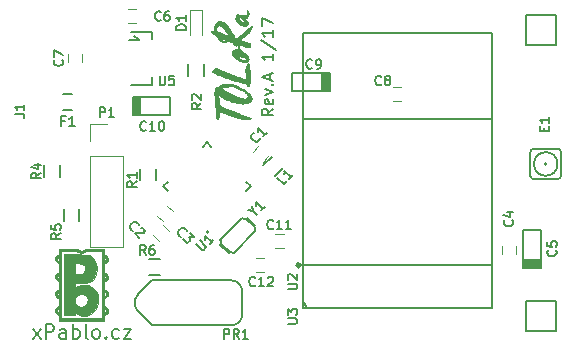
<source format=gto>
G04 #@! TF.GenerationSoftware,KiCad,Pcbnew,(5.0.0)*
G04 #@! TF.CreationDate,2018-09-20T08:03:35+02:00*
G04 #@! TF.ProjectId,pcielora,706369656C6F72612E6B696361645F70,A*
G04 #@! TF.SameCoordinates,Original*
G04 #@! TF.FileFunction,Legend,Top*
G04 #@! TF.FilePolarity,Positive*
%FSLAX46Y46*%
G04 Gerber Fmt 4.6, Leading zero omitted, Abs format (unit mm)*
G04 Created by KiCad (PCBNEW (5.0.0)) date 09/20/18 08:03:35*
%MOMM*%
%LPD*%
G01*
G04 APERTURE LIST*
%ADD10C,0.200000*%
%ADD11C,0.150000*%
%ADD12C,0.120000*%
%ADD13C,0.010000*%
%ADD14C,0.400000*%
%ADD15C,0.152400*%
G04 APERTURE END LIST*
D10*
X140723880Y-76017000D02*
X140247690Y-76350333D01*
X140723880Y-76588428D02*
X139723880Y-76588428D01*
X139723880Y-76207476D01*
X139771500Y-76112238D01*
X139819119Y-76064619D01*
X139914357Y-76017000D01*
X140057214Y-76017000D01*
X140152452Y-76064619D01*
X140200071Y-76112238D01*
X140247690Y-76207476D01*
X140247690Y-76588428D01*
X140676261Y-75207476D02*
X140723880Y-75302714D01*
X140723880Y-75493190D01*
X140676261Y-75588428D01*
X140581023Y-75636047D01*
X140200071Y-75636047D01*
X140104833Y-75588428D01*
X140057214Y-75493190D01*
X140057214Y-75302714D01*
X140104833Y-75207476D01*
X140200071Y-75159857D01*
X140295309Y-75159857D01*
X140390547Y-75636047D01*
X140057214Y-74826523D02*
X140723880Y-74588428D01*
X140057214Y-74350333D01*
X140628642Y-73969380D02*
X140676261Y-73921761D01*
X140723880Y-73969380D01*
X140676261Y-74017000D01*
X140628642Y-73969380D01*
X140723880Y-73969380D01*
X140438166Y-73540809D02*
X140438166Y-73064619D01*
X140723880Y-73636047D02*
X139723880Y-73302714D01*
X140723880Y-72969380D01*
X140723880Y-71350333D02*
X140723880Y-71921761D01*
X140723880Y-71636047D02*
X139723880Y-71636047D01*
X139866738Y-71731285D01*
X139961976Y-71826523D01*
X140009595Y-71921761D01*
X139676261Y-70207476D02*
X140961976Y-71064619D01*
X140723880Y-69350333D02*
X140723880Y-69921761D01*
X140723880Y-69636047D02*
X139723880Y-69636047D01*
X139866738Y-69731285D01*
X139961976Y-69826523D01*
X140009595Y-69921761D01*
X139723880Y-69017000D02*
X139723880Y-68350333D01*
X140723880Y-68778904D01*
X120380642Y-95475357D02*
X121009214Y-94675357D01*
X120380642Y-94675357D02*
X121009214Y-95475357D01*
X121466357Y-95475357D02*
X121466357Y-94275357D01*
X121923500Y-94275357D01*
X122037785Y-94332500D01*
X122094928Y-94389642D01*
X122152071Y-94503928D01*
X122152071Y-94675357D01*
X122094928Y-94789642D01*
X122037785Y-94846785D01*
X121923500Y-94903928D01*
X121466357Y-94903928D01*
X123180642Y-95475357D02*
X123180642Y-94846785D01*
X123123500Y-94732500D01*
X123009214Y-94675357D01*
X122780642Y-94675357D01*
X122666357Y-94732500D01*
X123180642Y-95418214D02*
X123066357Y-95475357D01*
X122780642Y-95475357D01*
X122666357Y-95418214D01*
X122609214Y-95303928D01*
X122609214Y-95189642D01*
X122666357Y-95075357D01*
X122780642Y-95018214D01*
X123066357Y-95018214D01*
X123180642Y-94961071D01*
X123752071Y-95475357D02*
X123752071Y-94275357D01*
X123752071Y-94732500D02*
X123866357Y-94675357D01*
X124094928Y-94675357D01*
X124209214Y-94732500D01*
X124266357Y-94789642D01*
X124323500Y-94903928D01*
X124323500Y-95246785D01*
X124266357Y-95361071D01*
X124209214Y-95418214D01*
X124094928Y-95475357D01*
X123866357Y-95475357D01*
X123752071Y-95418214D01*
X125009214Y-95475357D02*
X124894928Y-95418214D01*
X124837785Y-95303928D01*
X124837785Y-94275357D01*
X125637785Y-95475357D02*
X125523500Y-95418214D01*
X125466357Y-95361071D01*
X125409214Y-95246785D01*
X125409214Y-94903928D01*
X125466357Y-94789642D01*
X125523500Y-94732500D01*
X125637785Y-94675357D01*
X125809214Y-94675357D01*
X125923500Y-94732500D01*
X125980642Y-94789642D01*
X126037785Y-94903928D01*
X126037785Y-95246785D01*
X125980642Y-95361071D01*
X125923500Y-95418214D01*
X125809214Y-95475357D01*
X125637785Y-95475357D01*
X126552071Y-95361071D02*
X126609214Y-95418214D01*
X126552071Y-95475357D01*
X126494928Y-95418214D01*
X126552071Y-95361071D01*
X126552071Y-95475357D01*
X127637785Y-95418214D02*
X127523500Y-95475357D01*
X127294928Y-95475357D01*
X127180642Y-95418214D01*
X127123500Y-95361071D01*
X127066357Y-95246785D01*
X127066357Y-94903928D01*
X127123500Y-94789642D01*
X127180642Y-94732500D01*
X127294928Y-94675357D01*
X127523500Y-94675357D01*
X127637785Y-94732500D01*
X128037785Y-94675357D02*
X128666357Y-94675357D01*
X128037785Y-95475357D01*
X128666357Y-95475357D01*
D11*
G04 #@! TO.C,L1*
X139885150Y-80775256D02*
X140592256Y-80068150D01*
X141546850Y-81022744D02*
X140839744Y-81729850D01*
D12*
G04 #@! TO.C,C4*
X160055000Y-88361000D02*
X160055000Y-87661000D01*
X161255000Y-87661000D02*
X161255000Y-88361000D01*
D11*
G04 #@! TO.C,C5*
X163385500Y-88836500D02*
X161861500Y-88836500D01*
X163385500Y-88963500D02*
X161861500Y-88963500D01*
X163385500Y-89090500D02*
X161861500Y-89090500D01*
X163385500Y-89217500D02*
X161861500Y-89217500D01*
X163385500Y-89344500D02*
X161861500Y-89344500D01*
X163385500Y-89471500D02*
X161861500Y-89471500D01*
X163385500Y-86296500D02*
X161861500Y-86296500D01*
X161861500Y-86296500D02*
X161861500Y-89471500D01*
X163385500Y-86296500D02*
X163385500Y-89471500D01*
G04 #@! TO.C,R1*
X129398400Y-82084800D02*
X129398400Y-81084800D01*
X130748400Y-81084800D02*
X130748400Y-82084800D01*
G04 #@! TO.C,R2*
X133500500Y-73207500D02*
X133500500Y-72207500D01*
X134850500Y-72207500D02*
X134850500Y-73207500D01*
G04 #@! TO.C,R4*
X121308500Y-81780000D02*
X121308500Y-80780000D01*
X122658500Y-80780000D02*
X122658500Y-81780000D01*
G04 #@! TO.C,R5*
X122959500Y-85526500D02*
X122959500Y-84526500D01*
X124309500Y-84526500D02*
X124309500Y-85526500D01*
D12*
G04 #@! TO.C,C1*
X140308251Y-79996277D02*
X139813277Y-80491251D01*
X138964749Y-79642723D02*
X139459723Y-79147749D01*
G04 #@! TO.C,C2*
X131367777Y-85840649D02*
X131862751Y-86335623D01*
X131014223Y-87184151D02*
X130519249Y-86689177D01*
G04 #@! TO.C,C3*
X131395223Y-85558551D02*
X130900249Y-85063577D01*
X131748777Y-84215049D02*
X132243751Y-84710023D01*
G04 #@! TO.C,C6*
X129077200Y-68773600D02*
X128377200Y-68773600D01*
X128377200Y-67573600D02*
X129077200Y-67573600D01*
G04 #@! TO.C,C7*
X123326600Y-72054200D02*
X123326600Y-71354200D01*
X124526600Y-71354200D02*
X124526600Y-72054200D01*
G04 #@! TO.C,P1*
X125229000Y-80010000D02*
X125229000Y-87750000D01*
X125229000Y-87750000D02*
X128009000Y-87750000D01*
X128009000Y-87750000D02*
X128009000Y-80010000D01*
X128009000Y-80010000D02*
X125229000Y-80010000D01*
X125229000Y-78740000D02*
X125229000Y-77350000D01*
X125229000Y-77350000D02*
X126619000Y-77350000D01*
D11*
G04 #@! TO.C,U5*
X128932940Y-69855080D02*
X129232660Y-70104000D01*
X129232660Y-70104000D02*
X129382520Y-70205600D01*
X129382520Y-70205600D02*
X128534160Y-70205600D01*
X130434080Y-69504560D02*
X128633220Y-69504560D01*
X130434080Y-69504560D02*
X130434080Y-70154800D01*
X130434080Y-74005440D02*
X128633220Y-74005440D01*
X130434080Y-74005440D02*
X130434080Y-73355200D01*
D12*
G04 #@! TO.C,C8*
X150843500Y-74203000D02*
X151543500Y-74203000D01*
X151543500Y-75403000D02*
X150843500Y-75403000D01*
D11*
G04 #@! TO.C,C9*
X144843500Y-72961500D02*
X144843500Y-74485500D01*
X144970500Y-72961500D02*
X144970500Y-74485500D01*
X145097500Y-72961500D02*
X145097500Y-74485500D01*
X145224500Y-72961500D02*
X145224500Y-74485500D01*
X145351500Y-72961500D02*
X145351500Y-74485500D01*
X145478500Y-72961500D02*
X145478500Y-74485500D01*
X142303500Y-72961500D02*
X142303500Y-74485500D01*
X142303500Y-74485500D02*
X145478500Y-74485500D01*
X142303500Y-72961500D02*
X145478500Y-72961500D01*
G04 #@! TO.C,C10*
X129451100Y-76555600D02*
X129451100Y-75031600D01*
X129324100Y-76555600D02*
X129324100Y-75031600D01*
X129197100Y-76555600D02*
X129197100Y-75031600D01*
X129070100Y-76555600D02*
X129070100Y-75031600D01*
X128943100Y-76555600D02*
X128943100Y-75031600D01*
X128816100Y-76555600D02*
X128816100Y-75031600D01*
X131991100Y-76555600D02*
X131991100Y-75031600D01*
X131991100Y-75031600D02*
X128816100Y-75031600D01*
X131991100Y-76555600D02*
X128816100Y-76555600D01*
D12*
G04 #@! TO.C,C11*
X140899400Y-86623600D02*
X141599400Y-86623600D01*
X141599400Y-87823600D02*
X140899400Y-87823600D01*
G04 #@! TO.C,C12*
X139248400Y-88630200D02*
X139948400Y-88630200D01*
X139948400Y-89830200D02*
X139248400Y-89830200D01*
G04 #@! TO.C,D1*
X134675500Y-67661000D02*
X133675500Y-67661000D01*
X133675500Y-67661000D02*
X133675500Y-69761000D01*
X134675500Y-67661000D02*
X134675500Y-69761000D01*
D11*
G04 #@! TO.C,F1*
X123717000Y-74813800D02*
X122917000Y-74813800D01*
X123717000Y-76163800D02*
X122917000Y-76163800D01*
G04 #@! TO.C,R6*
X131157600Y-90083000D02*
X130157600Y-90083000D01*
X130157600Y-88733000D02*
X131157600Y-88733000D01*
G04 #@! TO.C,Y1*
X137011693Y-88180614D02*
X136304586Y-87473507D01*
X139133014Y-86059293D02*
X138425907Y-85352186D01*
X138072353Y-85281476D02*
X136233876Y-87119953D01*
X139203724Y-85988583D02*
X138496617Y-85281476D01*
X137365247Y-88251324D02*
X139203724Y-86412847D01*
X136940983Y-88251324D02*
X136233876Y-87544217D01*
X139203724Y-85988583D02*
G75*
G03X139203724Y-86412847I212132J-212132D01*
G01*
X138072353Y-85281476D02*
G75*
G03X138496617Y-85281476I212132J212132D01*
G01*
X136233876Y-87544217D02*
G75*
G03X136233876Y-87119953I-212132J212132D01*
G01*
X137365247Y-88251324D02*
G75*
G03X136940983Y-88251324I-212132J-212132D01*
G01*
G04 #@! TO.C,PR1*
X135144000Y-90551000D02*
X137145520Y-90551000D01*
X135144000Y-94361000D02*
X137132820Y-94361000D01*
X135144000Y-94361000D02*
X130457700Y-94361000D01*
X135144000Y-90551000D02*
X130457700Y-90551000D01*
X129276600Y-93179900D02*
X130457700Y-94361000D01*
X129276600Y-91732100D02*
X130457700Y-90551000D01*
X129276600Y-91732100D02*
G75*
G03X129276600Y-93179900I723900J-723900D01*
G01*
X138096500Y-91503500D02*
X138096500Y-93408500D01*
X137144000Y-94361000D02*
G75*
G03X138096500Y-93408500I0J952500D01*
G01*
X138096500Y-91503500D02*
G75*
G03X137144000Y-90551000I-952500J0D01*
G01*
D13*
G04 #@! TO.C,G\002A\002A\002A*
G36*
X126390400Y-88129845D02*
X126397676Y-88284545D01*
X126428870Y-88371551D01*
X126498025Y-88424291D01*
X126518148Y-88433897D01*
X126659515Y-88544352D01*
X126724165Y-88692986D01*
X126712099Y-88851363D01*
X126623315Y-88991052D01*
X126518148Y-89061302D01*
X126453393Y-89097738D01*
X126415244Y-89150144D01*
X126396710Y-89243046D01*
X126390802Y-89400973D01*
X126390400Y-89509600D01*
X126392670Y-89708368D01*
X126404139Y-89830087D01*
X126431798Y-89899284D01*
X126482634Y-89940486D01*
X126518148Y-89957897D01*
X126659580Y-90068374D01*
X126727567Y-90221323D01*
X126709493Y-90386797D01*
X126704102Y-90399348D01*
X126612469Y-90519208D01*
X126518148Y-90585302D01*
X126449187Y-90625390D01*
X126410825Y-90684283D01*
X126394266Y-90789103D01*
X126390715Y-90966976D01*
X126390721Y-90978254D01*
X126393952Y-91160158D01*
X126410178Y-91269669D01*
X126449853Y-91335959D01*
X126523429Y-91388203D01*
X126541297Y-91398490D01*
X126680999Y-91524754D01*
X126731016Y-91682485D01*
X126686085Y-91852097D01*
X126670226Y-91878278D01*
X126577899Y-91981635D01*
X126486826Y-92036233D01*
X126434569Y-92063847D01*
X126405213Y-92127930D01*
X126392593Y-92251936D01*
X126390400Y-92402970D01*
X126393557Y-92587284D01*
X126408731Y-92696822D01*
X126444477Y-92758349D01*
X126509348Y-92798633D01*
X126518148Y-92802697D01*
X126659580Y-92913174D01*
X126727567Y-93066123D01*
X126709493Y-93231597D01*
X126704102Y-93244148D01*
X126612469Y-93364008D01*
X126518148Y-93430102D01*
X126439485Y-93479947D01*
X126401659Y-93557213D01*
X126390627Y-93695325D01*
X126390400Y-93734154D01*
X126390400Y-93980000D01*
X122580400Y-93980000D01*
X122580400Y-93726000D01*
X122569845Y-93557978D01*
X122536521Y-93480122D01*
X122513055Y-93472000D01*
X122417133Y-93430281D01*
X122317363Y-93329592D01*
X122244101Y-93206630D01*
X122230387Y-93147573D01*
X122436639Y-93147573D01*
X122473547Y-93238540D01*
X122528005Y-93268800D01*
X122564790Y-93224663D01*
X122580395Y-93118317D01*
X122580400Y-93116400D01*
X122560314Y-93003486D01*
X122513407Y-92964520D01*
X122459703Y-93010887D01*
X122446370Y-93040200D01*
X122436639Y-93147573D01*
X122230387Y-93147573D01*
X122224800Y-93123516D01*
X122258566Y-93018026D01*
X122340069Y-92898673D01*
X122439614Y-92801062D01*
X122527290Y-92760800D01*
X122556033Y-92713037D01*
X122574576Y-92581333D01*
X122580400Y-92405200D01*
X122574573Y-92204541D01*
X122555323Y-92090900D01*
X122519996Y-92050264D01*
X122513055Y-92049600D01*
X122417133Y-92007881D01*
X122317363Y-91907192D01*
X122244101Y-91784230D01*
X122230387Y-91725173D01*
X122436639Y-91725173D01*
X122473547Y-91816140D01*
X122528005Y-91846400D01*
X122564790Y-91802263D01*
X122580395Y-91695917D01*
X122580400Y-91694000D01*
X122560314Y-91581086D01*
X122513407Y-91542120D01*
X122459703Y-91588487D01*
X122446370Y-91617800D01*
X122436639Y-91725173D01*
X122230387Y-91725173D01*
X122224800Y-91701116D01*
X122258566Y-91595626D01*
X122340069Y-91476273D01*
X122439614Y-91378662D01*
X122527290Y-91338400D01*
X122556193Y-91290744D01*
X122574774Y-91159787D01*
X122580400Y-90990954D01*
X122577374Y-90804848D01*
X122562743Y-90693827D01*
X122528173Y-90631431D01*
X122465330Y-90591197D01*
X122452651Y-90585302D01*
X122311284Y-90474847D01*
X122246634Y-90326213D01*
X122248419Y-90302773D01*
X122436639Y-90302773D01*
X122473547Y-90393740D01*
X122528005Y-90424000D01*
X122564790Y-90379863D01*
X122580395Y-90273517D01*
X122580400Y-90271600D01*
X122560314Y-90158686D01*
X122513407Y-90119720D01*
X122459703Y-90166087D01*
X122446370Y-90195400D01*
X122436639Y-90302773D01*
X122248419Y-90302773D01*
X122258700Y-90167836D01*
X122347484Y-90028147D01*
X122452651Y-89957897D01*
X122517406Y-89921461D01*
X122555555Y-89869055D01*
X122574089Y-89776153D01*
X122579997Y-89618226D01*
X122580400Y-89509600D01*
X122578129Y-89310831D01*
X122566660Y-89189112D01*
X122539001Y-89119915D01*
X122488165Y-89078713D01*
X122452651Y-89061302D01*
X122311284Y-88950847D01*
X122246634Y-88802213D01*
X122251783Y-88734618D01*
X122434566Y-88734618D01*
X122446370Y-88823800D01*
X122498427Y-88895698D01*
X122549208Y-88879125D01*
X122578689Y-88785465D01*
X122580400Y-88747600D01*
X122565226Y-88640602D01*
X122528664Y-88595211D01*
X122528005Y-88595200D01*
X122464760Y-88637681D01*
X122434566Y-88734618D01*
X122251783Y-88734618D01*
X122258700Y-88643836D01*
X122347484Y-88504147D01*
X122452651Y-88433897D01*
X122531314Y-88384052D01*
X122569140Y-88306786D01*
X122580172Y-88168674D01*
X122580400Y-88129845D01*
X122580400Y-88087200D01*
X122783600Y-88087200D01*
X122783600Y-93776800D01*
X126187200Y-93776800D01*
X126187200Y-93122227D01*
X126390400Y-93122227D01*
X126414507Y-93231426D01*
X126466937Y-93255356D01*
X126517857Y-93192058D01*
X126532785Y-93131586D01*
X126512109Y-93033539D01*
X126469285Y-92997460D01*
X126412782Y-92999202D01*
X126391595Y-93076358D01*
X126390400Y-93122227D01*
X126187200Y-93122227D01*
X126187200Y-91699827D01*
X126390400Y-91699827D01*
X126414507Y-91809026D01*
X126466937Y-91832956D01*
X126517857Y-91769658D01*
X126532785Y-91709186D01*
X126512109Y-91611139D01*
X126469285Y-91575060D01*
X126412782Y-91576802D01*
X126391595Y-91653958D01*
X126390400Y-91699827D01*
X126187200Y-91699827D01*
X126187200Y-90271600D01*
X126390400Y-90271600D01*
X126407173Y-90388047D01*
X126453900Y-90411300D01*
X126503486Y-90350069D01*
X126517400Y-90271600D01*
X126493452Y-90171056D01*
X126453900Y-90131900D01*
X126405726Y-90158334D01*
X126390400Y-90271600D01*
X126187200Y-90271600D01*
X126187200Y-88747600D01*
X126390400Y-88747600D01*
X126407173Y-88864047D01*
X126453900Y-88887300D01*
X126503486Y-88826069D01*
X126517400Y-88747600D01*
X126493452Y-88647056D01*
X126453900Y-88607900D01*
X126405726Y-88634334D01*
X126390400Y-88747600D01*
X126187200Y-88747600D01*
X126187200Y-88087200D01*
X125482850Y-88087200D01*
X125196098Y-88088633D01*
X124992069Y-88094466D01*
X124851910Y-88106997D01*
X124756766Y-88128523D01*
X124687782Y-88161344D01*
X124649338Y-88188800D01*
X124534742Y-88267817D01*
X124449206Y-88278026D01*
X124347531Y-88219426D01*
X124307600Y-88188800D01*
X124245006Y-88148325D01*
X124166136Y-88120400D01*
X124052128Y-88102728D01*
X123884123Y-88093014D01*
X123643257Y-88088962D01*
X123482100Y-88088329D01*
X122783600Y-88087200D01*
X122580400Y-88087200D01*
X122580400Y-87884000D01*
X123405900Y-87885129D01*
X123719669Y-87886738D01*
X123948665Y-87891724D01*
X124109700Y-87901806D01*
X124219585Y-87918707D01*
X124295133Y-87944147D01*
X124353157Y-87979847D01*
X124356570Y-87982448D01*
X124447344Y-88044500D01*
X124514245Y-88046663D01*
X124608004Y-87988719D01*
X124618412Y-87981318D01*
X124680530Y-87944325D01*
X124757844Y-87917978D01*
X124867535Y-87900524D01*
X125026785Y-87890211D01*
X125252774Y-87885287D01*
X125562685Y-87884000D01*
X126390400Y-87884000D01*
X126390400Y-88129845D01*
X126390400Y-88129845D01*
G37*
X126390400Y-88129845D02*
X126397676Y-88284545D01*
X126428870Y-88371551D01*
X126498025Y-88424291D01*
X126518148Y-88433897D01*
X126659515Y-88544352D01*
X126724165Y-88692986D01*
X126712099Y-88851363D01*
X126623315Y-88991052D01*
X126518148Y-89061302D01*
X126453393Y-89097738D01*
X126415244Y-89150144D01*
X126396710Y-89243046D01*
X126390802Y-89400973D01*
X126390400Y-89509600D01*
X126392670Y-89708368D01*
X126404139Y-89830087D01*
X126431798Y-89899284D01*
X126482634Y-89940486D01*
X126518148Y-89957897D01*
X126659580Y-90068374D01*
X126727567Y-90221323D01*
X126709493Y-90386797D01*
X126704102Y-90399348D01*
X126612469Y-90519208D01*
X126518148Y-90585302D01*
X126449187Y-90625390D01*
X126410825Y-90684283D01*
X126394266Y-90789103D01*
X126390715Y-90966976D01*
X126390721Y-90978254D01*
X126393952Y-91160158D01*
X126410178Y-91269669D01*
X126449853Y-91335959D01*
X126523429Y-91388203D01*
X126541297Y-91398490D01*
X126680999Y-91524754D01*
X126731016Y-91682485D01*
X126686085Y-91852097D01*
X126670226Y-91878278D01*
X126577899Y-91981635D01*
X126486826Y-92036233D01*
X126434569Y-92063847D01*
X126405213Y-92127930D01*
X126392593Y-92251936D01*
X126390400Y-92402970D01*
X126393557Y-92587284D01*
X126408731Y-92696822D01*
X126444477Y-92758349D01*
X126509348Y-92798633D01*
X126518148Y-92802697D01*
X126659580Y-92913174D01*
X126727567Y-93066123D01*
X126709493Y-93231597D01*
X126704102Y-93244148D01*
X126612469Y-93364008D01*
X126518148Y-93430102D01*
X126439485Y-93479947D01*
X126401659Y-93557213D01*
X126390627Y-93695325D01*
X126390400Y-93734154D01*
X126390400Y-93980000D01*
X122580400Y-93980000D01*
X122580400Y-93726000D01*
X122569845Y-93557978D01*
X122536521Y-93480122D01*
X122513055Y-93472000D01*
X122417133Y-93430281D01*
X122317363Y-93329592D01*
X122244101Y-93206630D01*
X122230387Y-93147573D01*
X122436639Y-93147573D01*
X122473547Y-93238540D01*
X122528005Y-93268800D01*
X122564790Y-93224663D01*
X122580395Y-93118317D01*
X122580400Y-93116400D01*
X122560314Y-93003486D01*
X122513407Y-92964520D01*
X122459703Y-93010887D01*
X122446370Y-93040200D01*
X122436639Y-93147573D01*
X122230387Y-93147573D01*
X122224800Y-93123516D01*
X122258566Y-93018026D01*
X122340069Y-92898673D01*
X122439614Y-92801062D01*
X122527290Y-92760800D01*
X122556033Y-92713037D01*
X122574576Y-92581333D01*
X122580400Y-92405200D01*
X122574573Y-92204541D01*
X122555323Y-92090900D01*
X122519996Y-92050264D01*
X122513055Y-92049600D01*
X122417133Y-92007881D01*
X122317363Y-91907192D01*
X122244101Y-91784230D01*
X122230387Y-91725173D01*
X122436639Y-91725173D01*
X122473547Y-91816140D01*
X122528005Y-91846400D01*
X122564790Y-91802263D01*
X122580395Y-91695917D01*
X122580400Y-91694000D01*
X122560314Y-91581086D01*
X122513407Y-91542120D01*
X122459703Y-91588487D01*
X122446370Y-91617800D01*
X122436639Y-91725173D01*
X122230387Y-91725173D01*
X122224800Y-91701116D01*
X122258566Y-91595626D01*
X122340069Y-91476273D01*
X122439614Y-91378662D01*
X122527290Y-91338400D01*
X122556193Y-91290744D01*
X122574774Y-91159787D01*
X122580400Y-90990954D01*
X122577374Y-90804848D01*
X122562743Y-90693827D01*
X122528173Y-90631431D01*
X122465330Y-90591197D01*
X122452651Y-90585302D01*
X122311284Y-90474847D01*
X122246634Y-90326213D01*
X122248419Y-90302773D01*
X122436639Y-90302773D01*
X122473547Y-90393740D01*
X122528005Y-90424000D01*
X122564790Y-90379863D01*
X122580395Y-90273517D01*
X122580400Y-90271600D01*
X122560314Y-90158686D01*
X122513407Y-90119720D01*
X122459703Y-90166087D01*
X122446370Y-90195400D01*
X122436639Y-90302773D01*
X122248419Y-90302773D01*
X122258700Y-90167836D01*
X122347484Y-90028147D01*
X122452651Y-89957897D01*
X122517406Y-89921461D01*
X122555555Y-89869055D01*
X122574089Y-89776153D01*
X122579997Y-89618226D01*
X122580400Y-89509600D01*
X122578129Y-89310831D01*
X122566660Y-89189112D01*
X122539001Y-89119915D01*
X122488165Y-89078713D01*
X122452651Y-89061302D01*
X122311284Y-88950847D01*
X122246634Y-88802213D01*
X122251783Y-88734618D01*
X122434566Y-88734618D01*
X122446370Y-88823800D01*
X122498427Y-88895698D01*
X122549208Y-88879125D01*
X122578689Y-88785465D01*
X122580400Y-88747600D01*
X122565226Y-88640602D01*
X122528664Y-88595211D01*
X122528005Y-88595200D01*
X122464760Y-88637681D01*
X122434566Y-88734618D01*
X122251783Y-88734618D01*
X122258700Y-88643836D01*
X122347484Y-88504147D01*
X122452651Y-88433897D01*
X122531314Y-88384052D01*
X122569140Y-88306786D01*
X122580172Y-88168674D01*
X122580400Y-88129845D01*
X122580400Y-88087200D01*
X122783600Y-88087200D01*
X122783600Y-93776800D01*
X126187200Y-93776800D01*
X126187200Y-93122227D01*
X126390400Y-93122227D01*
X126414507Y-93231426D01*
X126466937Y-93255356D01*
X126517857Y-93192058D01*
X126532785Y-93131586D01*
X126512109Y-93033539D01*
X126469285Y-92997460D01*
X126412782Y-92999202D01*
X126391595Y-93076358D01*
X126390400Y-93122227D01*
X126187200Y-93122227D01*
X126187200Y-91699827D01*
X126390400Y-91699827D01*
X126414507Y-91809026D01*
X126466937Y-91832956D01*
X126517857Y-91769658D01*
X126532785Y-91709186D01*
X126512109Y-91611139D01*
X126469285Y-91575060D01*
X126412782Y-91576802D01*
X126391595Y-91653958D01*
X126390400Y-91699827D01*
X126187200Y-91699827D01*
X126187200Y-90271600D01*
X126390400Y-90271600D01*
X126407173Y-90388047D01*
X126453900Y-90411300D01*
X126503486Y-90350069D01*
X126517400Y-90271600D01*
X126493452Y-90171056D01*
X126453900Y-90131900D01*
X126405726Y-90158334D01*
X126390400Y-90271600D01*
X126187200Y-90271600D01*
X126187200Y-88747600D01*
X126390400Y-88747600D01*
X126407173Y-88864047D01*
X126453900Y-88887300D01*
X126503486Y-88826069D01*
X126517400Y-88747600D01*
X126493452Y-88647056D01*
X126453900Y-88607900D01*
X126405726Y-88634334D01*
X126390400Y-88747600D01*
X126187200Y-88747600D01*
X126187200Y-88087200D01*
X125482850Y-88087200D01*
X125196098Y-88088633D01*
X124992069Y-88094466D01*
X124851910Y-88106997D01*
X124756766Y-88128523D01*
X124687782Y-88161344D01*
X124649338Y-88188800D01*
X124534742Y-88267817D01*
X124449206Y-88278026D01*
X124347531Y-88219426D01*
X124307600Y-88188800D01*
X124245006Y-88148325D01*
X124166136Y-88120400D01*
X124052128Y-88102728D01*
X123884123Y-88093014D01*
X123643257Y-88088962D01*
X123482100Y-88088329D01*
X122783600Y-88087200D01*
X122580400Y-88087200D01*
X122580400Y-87884000D01*
X123405900Y-87885129D01*
X123719669Y-87886738D01*
X123948665Y-87891724D01*
X124109700Y-87901806D01*
X124219585Y-87918707D01*
X124295133Y-87944147D01*
X124353157Y-87979847D01*
X124356570Y-87982448D01*
X124447344Y-88044500D01*
X124514245Y-88046663D01*
X124608004Y-87988719D01*
X124618412Y-87981318D01*
X124680530Y-87944325D01*
X124757844Y-87917978D01*
X124867535Y-87900524D01*
X125026785Y-87890211D01*
X125252774Y-87885287D01*
X125562685Y-87884000D01*
X126390400Y-87884000D01*
X126390400Y-88129845D01*
G36*
X124303201Y-88345862D02*
X124628706Y-88362133D01*
X124884048Y-88393437D01*
X125084782Y-88443201D01*
X125246461Y-88514848D01*
X125384638Y-88611805D01*
X125467318Y-88688118D01*
X125629938Y-88897261D01*
X125730595Y-89146700D01*
X125776296Y-89457257D01*
X125780800Y-89619819D01*
X125740433Y-89974673D01*
X125621669Y-90273298D01*
X125428013Y-90508723D01*
X125280588Y-90614839D01*
X125161432Y-90678534D01*
X125045879Y-90720765D01*
X124906480Y-90747049D01*
X124715785Y-90762904D01*
X124498100Y-90772122D01*
X123952000Y-90790839D01*
X123952000Y-90963019D01*
X123955800Y-91078378D01*
X123965104Y-91134231D01*
X123966658Y-91135200D01*
X124016477Y-91114325D01*
X124124888Y-91061710D01*
X124180599Y-91033600D01*
X124432175Y-90952632D01*
X124723953Y-90931448D01*
X125014071Y-90969924D01*
X125202731Y-91036568D01*
X125474588Y-91221624D01*
X125688662Y-91474310D01*
X125838222Y-91774415D01*
X125916537Y-92101726D01*
X125916874Y-92436030D01*
X125832505Y-92757117D01*
X125799554Y-92828675D01*
X125615595Y-93099706D01*
X125374332Y-93315843D01*
X125095367Y-93468037D01*
X124798302Y-93547238D01*
X124502740Y-93544399D01*
X124340883Y-93502024D01*
X124179430Y-93424540D01*
X124038871Y-93328875D01*
X124023383Y-93315075D01*
X123901200Y-93200289D01*
X123901200Y-93472000D01*
X123037600Y-93472000D01*
X123037600Y-92225581D01*
X123895393Y-92225581D01*
X123931557Y-92428039D01*
X124031514Y-92607418D01*
X124186454Y-92740953D01*
X124387564Y-92805877D01*
X124423531Y-92808379D01*
X124529693Y-92791518D01*
X124670517Y-92745997D01*
X124689714Y-92738208D01*
X124864713Y-92614016D01*
X124975185Y-92428809D01*
X125007314Y-92209609D01*
X124998386Y-92134513D01*
X124915310Y-91935237D01*
X124766332Y-91789987D01*
X124575882Y-91706283D01*
X124368388Y-91691644D01*
X124168279Y-91753590D01*
X124049692Y-91842492D01*
X123931834Y-92022810D01*
X123895393Y-92225581D01*
X123037600Y-92225581D01*
X123037600Y-89103200D01*
X123952000Y-89103200D01*
X123952000Y-90017600D01*
X124218700Y-90016851D01*
X124399152Y-90004199D01*
X124556718Y-89972894D01*
X124612400Y-89952089D01*
X124727892Y-89842147D01*
X124793411Y-89674221D01*
X124799658Y-89483431D01*
X124767924Y-89364743D01*
X124658552Y-89221479D01*
X124470541Y-89134918D01*
X124200103Y-89103394D01*
X124173019Y-89103200D01*
X123952000Y-89103200D01*
X123037600Y-89103200D01*
X123037600Y-88341200D01*
X123891979Y-88341199D01*
X124303201Y-88345862D01*
X124303201Y-88345862D01*
G37*
X124303201Y-88345862D02*
X124628706Y-88362133D01*
X124884048Y-88393437D01*
X125084782Y-88443201D01*
X125246461Y-88514848D01*
X125384638Y-88611805D01*
X125467318Y-88688118D01*
X125629938Y-88897261D01*
X125730595Y-89146700D01*
X125776296Y-89457257D01*
X125780800Y-89619819D01*
X125740433Y-89974673D01*
X125621669Y-90273298D01*
X125428013Y-90508723D01*
X125280588Y-90614839D01*
X125161432Y-90678534D01*
X125045879Y-90720765D01*
X124906480Y-90747049D01*
X124715785Y-90762904D01*
X124498100Y-90772122D01*
X123952000Y-90790839D01*
X123952000Y-90963019D01*
X123955800Y-91078378D01*
X123965104Y-91134231D01*
X123966658Y-91135200D01*
X124016477Y-91114325D01*
X124124888Y-91061710D01*
X124180599Y-91033600D01*
X124432175Y-90952632D01*
X124723953Y-90931448D01*
X125014071Y-90969924D01*
X125202731Y-91036568D01*
X125474588Y-91221624D01*
X125688662Y-91474310D01*
X125838222Y-91774415D01*
X125916537Y-92101726D01*
X125916874Y-92436030D01*
X125832505Y-92757117D01*
X125799554Y-92828675D01*
X125615595Y-93099706D01*
X125374332Y-93315843D01*
X125095367Y-93468037D01*
X124798302Y-93547238D01*
X124502740Y-93544399D01*
X124340883Y-93502024D01*
X124179430Y-93424540D01*
X124038871Y-93328875D01*
X124023383Y-93315075D01*
X123901200Y-93200289D01*
X123901200Y-93472000D01*
X123037600Y-93472000D01*
X123037600Y-92225581D01*
X123895393Y-92225581D01*
X123931557Y-92428039D01*
X124031514Y-92607418D01*
X124186454Y-92740953D01*
X124387564Y-92805877D01*
X124423531Y-92808379D01*
X124529693Y-92791518D01*
X124670517Y-92745997D01*
X124689714Y-92738208D01*
X124864713Y-92614016D01*
X124975185Y-92428809D01*
X125007314Y-92209609D01*
X124998386Y-92134513D01*
X124915310Y-91935237D01*
X124766332Y-91789987D01*
X124575882Y-91706283D01*
X124368388Y-91691644D01*
X124168279Y-91753590D01*
X124049692Y-91842492D01*
X123931834Y-92022810D01*
X123895393Y-92225581D01*
X123037600Y-92225581D01*
X123037600Y-89103200D01*
X123952000Y-89103200D01*
X123952000Y-90017600D01*
X124218700Y-90016851D01*
X124399152Y-90004199D01*
X124556718Y-89972894D01*
X124612400Y-89952089D01*
X124727892Y-89842147D01*
X124793411Y-89674221D01*
X124799658Y-89483431D01*
X124767924Y-89364743D01*
X124658552Y-89221479D01*
X124470541Y-89134918D01*
X124200103Y-89103394D01*
X124173019Y-89103200D01*
X123952000Y-89103200D01*
X123037600Y-89103200D01*
X123037600Y-88341200D01*
X123891979Y-88341199D01*
X124303201Y-88345862D01*
D11*
G04 #@! TO.C,U3*
X143598900Y-92900500D02*
X143217900Y-92316300D01*
X143208500Y-92900500D02*
X159208500Y-92900500D01*
X159208500Y-92900500D02*
X159208500Y-76900500D01*
X159208500Y-76900500D02*
X143208500Y-76900500D01*
X143208500Y-76900500D02*
X143208500Y-92900500D01*
D14*
G04 #@! TO.C,U2*
X142921442Y-89268300D02*
G75*
G03X142921442Y-89268300I-71842J0D01*
G01*
D11*
X143257000Y-89288500D02*
X143257000Y-69588500D01*
X143257000Y-69588500D02*
X159257000Y-69588500D01*
X159257000Y-69588500D02*
X159257000Y-89288500D01*
X159257000Y-89288500D02*
X143257000Y-89288500D01*
G04 #@! TO.C,E1*
X163879200Y-80695800D02*
G75*
G03X163879200Y-80695800I-100000J0D01*
G01*
X164779200Y-80695800D02*
G75*
G03X164779200Y-80695800I-1000000J0D01*
G01*
X162779200Y-79395800D02*
X164779200Y-79395800D01*
X162479200Y-81695800D02*
X162479200Y-79695800D01*
X164779200Y-81995800D02*
X162779200Y-81995800D01*
X165079200Y-79695800D02*
X165079200Y-81695800D01*
X162779200Y-79395800D02*
G75*
G03X162479200Y-79695800I0J-300000D01*
G01*
X162479200Y-81695800D02*
G75*
G03X162779200Y-81995800I300000J0D01*
G01*
X164779200Y-81995800D02*
G75*
G03X165079200Y-81695800I0J300000D01*
G01*
X165079200Y-79695800D02*
G75*
G03X164779200Y-79395800I-300000J0D01*
G01*
D15*
G04 #@! TO.C,MOUNTING_HOLE1*
X164664000Y-70642000D02*
X162124000Y-70642000D01*
X162124000Y-68102000D02*
X164664000Y-68102000D01*
X162124000Y-70642000D02*
X162124000Y-68102000D01*
X164664000Y-68102000D02*
X164664000Y-70642000D01*
G04 #@! TO.C,MOUNTING_HOLE2*
X164664000Y-94842000D02*
X162124000Y-94842000D01*
X162124000Y-92302000D02*
X164664000Y-92302000D01*
X162124000Y-94842000D02*
X162124000Y-92302000D01*
X164664000Y-92302000D02*
X164664000Y-94842000D01*
D10*
G04 #@! TO.C,U1*
X135240121Y-86454871D02*
G75*
G03X135240121Y-86454871I-101600J0D01*
G01*
D11*
X131390289Y-82575400D02*
X131761520Y-82204169D01*
X138814911Y-82575400D02*
X138443680Y-82946631D01*
X135102600Y-78863089D02*
X134731369Y-79234320D01*
X138814911Y-82575400D02*
X138443680Y-82204169D01*
X135102600Y-78863089D02*
X135473831Y-79234320D01*
X131390289Y-82575400D02*
X131761520Y-82946631D01*
D13*
G04 #@! TO.C,G\002A\002A\002A*
G36*
X135725492Y-74638084D02*
X135737136Y-74616847D01*
X135745333Y-74625744D01*
X135744841Y-74658849D01*
X135744694Y-74659797D01*
X135749308Y-74674541D01*
X135765932Y-74665838D01*
X135785295Y-74639409D01*
X135788580Y-74632719D01*
X135810383Y-74603397D01*
X135828966Y-74596613D01*
X135848266Y-74595010D01*
X135843352Y-74575360D01*
X135813225Y-74534613D01*
X135805740Y-74525624D01*
X135775503Y-74484066D01*
X135763272Y-74445549D01*
X135768179Y-74398382D01*
X135789359Y-74330875D01*
X135790982Y-74326330D01*
X135811313Y-74275792D01*
X135829331Y-74252603D01*
X135852296Y-74249297D01*
X135863611Y-74251646D01*
X135892032Y-74256097D01*
X135896932Y-74242826D01*
X135886800Y-74212532D01*
X135875179Y-74175344D01*
X135874005Y-74156766D01*
X135892031Y-74160658D01*
X135929972Y-74177701D01*
X135946720Y-74186384D01*
X135987354Y-74205278D01*
X136010945Y-74210666D01*
X136013345Y-74208285D01*
X136027845Y-74191301D01*
X136053963Y-74176465D01*
X136084362Y-74150775D01*
X136091913Y-74126084D01*
X136100456Y-74101344D01*
X136118991Y-74100266D01*
X136149361Y-74094657D01*
X136197754Y-74073428D01*
X136242129Y-74048187D01*
X136331747Y-73998966D01*
X136425304Y-73963562D01*
X136531701Y-73939708D01*
X136659840Y-73925136D01*
X136744726Y-73920172D01*
X136973302Y-73924989D01*
X137207873Y-73959897D01*
X137450932Y-74025544D01*
X137704977Y-74122580D01*
X137926920Y-74227915D01*
X138139674Y-74343629D01*
X138321742Y-74457144D01*
X138478104Y-74571871D01*
X138613742Y-74691219D01*
X138636855Y-74713971D01*
X138748740Y-74839749D01*
X138825493Y-74957825D01*
X138867206Y-75068422D01*
X138873973Y-75171760D01*
X138858042Y-75239692D01*
X138798790Y-75349595D01*
X138710901Y-75439304D01*
X138630187Y-75490033D01*
X138548119Y-75525546D01*
X138460420Y-75550757D01*
X138359180Y-75567022D01*
X138238021Y-75575586D01*
X138238021Y-75159873D01*
X138298732Y-75159212D01*
X138341717Y-75155662D01*
X138373088Y-75148834D01*
X138398958Y-75138338D01*
X138414340Y-75130142D01*
X138463395Y-75092141D01*
X138486694Y-75042629D01*
X138488687Y-75032920D01*
X138496272Y-75002453D01*
X138501475Y-75002279D01*
X138502226Y-75008814D01*
X138515417Y-75039081D01*
X138532458Y-75046424D01*
X138552128Y-75035132D01*
X138551545Y-75023573D01*
X138544945Y-74994318D01*
X138536746Y-74941677D01*
X138530251Y-74890012D01*
X138522896Y-74834294D01*
X138511996Y-74793382D01*
X138491964Y-74759197D01*
X138457212Y-74723664D01*
X138419559Y-74692919D01*
X138419559Y-74637232D01*
X138432281Y-74633683D01*
X138430888Y-74632123D01*
X138412080Y-74618641D01*
X138387261Y-74600531D01*
X138362710Y-74583552D01*
X138363877Y-74589836D01*
X138375932Y-74605640D01*
X138403441Y-74630985D01*
X138419559Y-74637232D01*
X138419559Y-74692919D01*
X138402153Y-74678705D01*
X138363269Y-74648634D01*
X138320908Y-74618975D01*
X138320908Y-74560146D01*
X138321443Y-74554105D01*
X138319809Y-74552227D01*
X138285198Y-74522768D01*
X138234229Y-74488593D01*
X138211676Y-74475500D01*
X138163993Y-74450227D01*
X138146696Y-74443697D01*
X138159859Y-74455995D01*
X138203560Y-74487207D01*
X138251684Y-74519898D01*
X138296070Y-74547992D01*
X138320908Y-74560146D01*
X138320908Y-74618975D01*
X138210552Y-74541709D01*
X138124323Y-74489918D01*
X138124323Y-74434227D01*
X138125498Y-74431758D01*
X138112789Y-74415283D01*
X138107446Y-74411574D01*
X138090568Y-74406974D01*
X138089393Y-74409443D01*
X138102102Y-74425918D01*
X138107446Y-74429627D01*
X138124323Y-74434227D01*
X138124323Y-74489918D01*
X138062314Y-74452674D01*
X138062314Y-74402548D01*
X138071340Y-74393522D01*
X138062314Y-74384495D01*
X138053288Y-74393522D01*
X138062314Y-74402548D01*
X138062314Y-74452674D01*
X138034060Y-74435704D01*
X138034060Y-74380069D01*
X138035235Y-74377600D01*
X138022527Y-74361125D01*
X138017183Y-74357417D01*
X138000305Y-74352816D01*
X137999130Y-74355286D01*
X138011839Y-74371760D01*
X138017183Y-74375469D01*
X138034060Y-74380069D01*
X138034060Y-74435704D01*
X138032989Y-74435060D01*
X137972051Y-74403027D01*
X137972051Y-74347837D01*
X137975280Y-74340388D01*
X137963025Y-74330338D01*
X137930115Y-74315062D01*
X137917893Y-74312838D01*
X137914664Y-74320287D01*
X137926920Y-74330338D01*
X137959830Y-74345613D01*
X137972051Y-74347837D01*
X137972051Y-74403027D01*
X137841430Y-74334362D01*
X137646730Y-74245290D01*
X137459739Y-74173522D01*
X137446063Y-74168907D01*
X137281126Y-74113840D01*
X136951638Y-74133256D01*
X136818780Y-74141996D01*
X136715523Y-74151139D01*
X136635365Y-74161550D01*
X136571804Y-74174099D01*
X136518340Y-74189652D01*
X136511812Y-74191932D01*
X136451751Y-74215095D01*
X136412115Y-74236925D01*
X136394416Y-74260410D01*
X136400162Y-74288541D01*
X136430864Y-74324308D01*
X136488033Y-74370700D01*
X136573180Y-74430708D01*
X136662752Y-74490722D01*
X136990559Y-74693206D01*
X137311030Y-74860883D01*
X137624931Y-74994130D01*
X137827630Y-75063014D01*
X137888974Y-75082912D01*
X137919071Y-75095389D01*
X137916458Y-75099745D01*
X137902083Y-75098617D01*
X137861175Y-75090635D01*
X137798339Y-75074905D01*
X137721242Y-75053732D01*
X137637553Y-75029419D01*
X137554943Y-75004268D01*
X137481079Y-74980582D01*
X137423631Y-74960664D01*
X137390268Y-74946818D01*
X137385342Y-74943443D01*
X137364065Y-74929699D01*
X137323272Y-74910303D01*
X137314455Y-74906574D01*
X137238600Y-74871906D01*
X137141449Y-74822765D01*
X137032102Y-74764161D01*
X136919659Y-74701105D01*
X136813221Y-74638607D01*
X136721888Y-74581678D01*
X136709068Y-74573278D01*
X136677349Y-74555521D01*
X136668730Y-74558341D01*
X136670962Y-74562850D01*
X136675750Y-74580798D01*
X136661238Y-74579398D01*
X136637962Y-74556855D01*
X136635339Y-74545464D01*
X136622329Y-74525271D01*
X136612091Y-74524630D01*
X136588769Y-74516066D01*
X136545684Y-74489138D01*
X136490570Y-74448880D01*
X136466494Y-74429854D01*
X136407585Y-74384858D01*
X136356417Y-74350455D01*
X136321257Y-74332030D01*
X136313729Y-74330338D01*
X136287687Y-74337099D01*
X136294598Y-74356799D01*
X136334057Y-74388563D01*
X136343569Y-74394839D01*
X136394763Y-74428535D01*
X136468428Y-74477817D01*
X136557317Y-74537759D01*
X136654188Y-74603438D01*
X136751793Y-74669931D01*
X136842889Y-74732313D01*
X136920231Y-74785660D01*
X136976573Y-74825049D01*
X136976596Y-74825065D01*
X137049811Y-74875032D01*
X137118167Y-74916518D01*
X137191412Y-74954591D01*
X137279294Y-74994317D01*
X137391509Y-75040742D01*
X137461918Y-75067490D01*
X137509398Y-75082047D01*
X137530029Y-75083342D01*
X137528633Y-75078159D01*
X137518881Y-75064654D01*
X137522064Y-75060095D01*
X137543215Y-75065858D01*
X137587370Y-75083316D01*
X137659562Y-75113842D01*
X137659865Y-75113971D01*
X137702950Y-75126663D01*
X137769069Y-75136953D01*
X137862106Y-75145254D01*
X137985946Y-75151975D01*
X138038970Y-75154093D01*
X138153471Y-75158037D01*
X138238021Y-75159873D01*
X138238021Y-75575586D01*
X138236492Y-75575695D01*
X138116472Y-75578084D01*
X137957383Y-75573044D01*
X137797737Y-75555568D01*
X137631756Y-75524316D01*
X137453661Y-75477949D01*
X137376316Y-75453157D01*
X137376316Y-75152031D01*
X137382651Y-75149396D01*
X137360524Y-75133836D01*
X137314109Y-75107863D01*
X137247582Y-75073991D01*
X137242329Y-75071413D01*
X137166443Y-75035578D01*
X137101665Y-75007451D01*
X137055191Y-74989994D01*
X137034724Y-74985925D01*
X137040451Y-74995644D01*
X137071994Y-75015803D01*
X137121916Y-75042784D01*
X137182777Y-75072971D01*
X137247138Y-75102745D01*
X137307561Y-75128490D01*
X137356605Y-75146587D01*
X137376316Y-75152031D01*
X137376316Y-75453157D01*
X137257672Y-75415125D01*
X137038012Y-75334504D01*
X136996449Y-75318365D01*
X136805970Y-75240672D01*
X136641891Y-75166053D01*
X136495362Y-75089756D01*
X136478340Y-75079540D01*
X136478340Y-74760405D01*
X136467979Y-74745349D01*
X136430538Y-74711003D01*
X136366415Y-74658035D01*
X136294144Y-74601127D01*
X136218557Y-74543665D01*
X136151985Y-74495182D01*
X136100056Y-74459617D01*
X136068400Y-74440908D01*
X136062495Y-74439024D01*
X136061020Y-74449157D01*
X136083487Y-74476006D01*
X136124664Y-74515018D01*
X136179319Y-74561639D01*
X136242219Y-74611315D01*
X136308134Y-74659491D01*
X136342989Y-74683180D01*
X136416242Y-74729987D01*
X136461227Y-74755506D01*
X136478340Y-74760405D01*
X136478340Y-75079540D01*
X136357535Y-75007035D01*
X136219562Y-74913138D01*
X136158888Y-74868815D01*
X136104521Y-74829197D01*
X136062735Y-74800254D01*
X136040609Y-74786841D01*
X136038881Y-74786548D01*
X136039325Y-74805079D01*
X136044439Y-74848567D01*
X136050439Y-74889968D01*
X136058791Y-74947838D01*
X136069912Y-75030193D01*
X136082297Y-75125668D01*
X136093464Y-75214915D01*
X136112423Y-75368405D01*
X136127860Y-75489863D01*
X136140461Y-75583113D01*
X136150913Y-75651981D01*
X136159903Y-75700293D01*
X136168118Y-75731875D01*
X136176246Y-75750551D01*
X136184973Y-75760149D01*
X136191993Y-75763578D01*
X136233882Y-75782343D01*
X136248028Y-75790412D01*
X136274926Y-75804050D01*
X136327186Y-75828116D01*
X136396889Y-75859031D01*
X136464659Y-75888327D01*
X136557339Y-75928063D01*
X136653396Y-75969462D01*
X136738874Y-76006501D01*
X136780580Y-76024696D01*
X136874172Y-76064584D01*
X136983122Y-76109197D01*
X137101595Y-76156331D01*
X137223758Y-76203780D01*
X137343779Y-76249340D01*
X137455824Y-76290805D01*
X137554059Y-76325972D01*
X137632652Y-76352634D01*
X137685770Y-76368588D01*
X137697506Y-76371280D01*
X137754864Y-76386619D01*
X137799939Y-76406458D01*
X137812303Y-76415558D01*
X137849507Y-76444656D01*
X137888012Y-76467505D01*
X137924271Y-76483362D01*
X137987475Y-76508581D01*
X138070514Y-76540528D01*
X138166278Y-76576569D01*
X138267658Y-76614068D01*
X138367545Y-76650390D01*
X138458830Y-76682901D01*
X138534403Y-76708965D01*
X138576813Y-76722797D01*
X138668268Y-76753861D01*
X138737907Y-76782833D01*
X138781065Y-76807539D01*
X138793444Y-76823653D01*
X138778599Y-76837416D01*
X138763274Y-76839648D01*
X138726244Y-76851170D01*
X138701971Y-76867822D01*
X138655610Y-76891751D01*
X138581869Y-76908825D01*
X138488960Y-76918237D01*
X138385097Y-76919185D01*
X138278495Y-76910861D01*
X138271717Y-76909987D01*
X138107305Y-76882938D01*
X137924029Y-76842572D01*
X137719791Y-76788247D01*
X137492495Y-76719324D01*
X137240042Y-76635162D01*
X136982096Y-76542904D01*
X136982096Y-76476819D01*
X136987885Y-76473062D01*
X136968831Y-76460715D01*
X136928828Y-76443207D01*
X136911461Y-76436798D01*
X136857260Y-76417284D01*
X136783570Y-76390313D01*
X136704697Y-76361128D01*
X136690317Y-76355769D01*
X136600054Y-76322175D01*
X136600054Y-76298070D01*
X136609080Y-76289044D01*
X136600054Y-76280018D01*
X136591028Y-76289044D01*
X136600054Y-76298070D01*
X136600054Y-76322175D01*
X136599987Y-76322150D01*
X136571661Y-76311781D01*
X136571661Y-76279949D01*
X136576863Y-76277777D01*
X136556458Y-76266512D01*
X136514430Y-76248248D01*
X136454762Y-76225080D01*
X136437984Y-76218923D01*
X136376654Y-76197754D01*
X136330033Y-76183719D01*
X136306988Y-76179447D01*
X136306115Y-76179808D01*
X136318105Y-76188611D01*
X136355332Y-76205420D01*
X136408826Y-76226691D01*
X136469615Y-76248882D01*
X136528729Y-76268450D01*
X136536870Y-76270932D01*
X136571661Y-76279949D01*
X136571661Y-76311781D01*
X136539153Y-76299880D01*
X136503516Y-76287608D01*
X136488773Y-76283983D01*
X136490625Y-76287653D01*
X136504771Y-76297268D01*
X136505400Y-76297673D01*
X136533225Y-76311125D01*
X136586581Y-76333568D01*
X136657036Y-76361742D01*
X136736159Y-76392389D01*
X136815516Y-76422249D01*
X136886676Y-76448063D01*
X136941207Y-76466574D01*
X136947566Y-76468561D01*
X136982096Y-76476819D01*
X136982096Y-76542904D01*
X136960334Y-76535120D01*
X136651275Y-76418557D01*
X136609080Y-76402254D01*
X136499935Y-76360174D01*
X136437581Y-76336376D01*
X136437581Y-76280018D01*
X136446607Y-76270991D01*
X136437581Y-76261965D01*
X136428554Y-76270991D01*
X136437581Y-76280018D01*
X136437581Y-76336376D01*
X136401522Y-76322613D01*
X136319030Y-76291521D01*
X136257649Y-76268846D01*
X136222565Y-76256537D01*
X136216959Y-76254935D01*
X136186497Y-76241902D01*
X136182358Y-76238418D01*
X136161037Y-76226258D01*
X136147586Y-76242773D01*
X136140921Y-76290608D01*
X136139713Y-76342464D01*
X136134412Y-76472676D01*
X136119521Y-76594908D01*
X136096555Y-76701075D01*
X136071170Y-76771584D01*
X136071170Y-75449598D01*
X136077869Y-75447075D01*
X136080465Y-75414256D01*
X136079318Y-75356675D01*
X136074790Y-75279865D01*
X136067241Y-75189359D01*
X136057033Y-75090691D01*
X136044525Y-74989392D01*
X136038200Y-74944126D01*
X136023588Y-74852931D01*
X136009540Y-74789914D01*
X135993682Y-74747266D01*
X135973638Y-74717179D01*
X135966978Y-74709969D01*
X135959187Y-74702010D01*
X135959187Y-74348390D01*
X135976770Y-74342231D01*
X135977239Y-74340429D01*
X135964589Y-74325017D01*
X135959187Y-74321311D01*
X135942552Y-74322743D01*
X135941134Y-74329272D01*
X135954239Y-74347656D01*
X135959187Y-74348390D01*
X135959187Y-74702010D01*
X135923316Y-74665365D01*
X135939322Y-74718996D01*
X135957520Y-74774943D01*
X135973250Y-74818030D01*
X135981478Y-74851386D01*
X135992256Y-74913172D01*
X136004442Y-74995905D01*
X136016894Y-75092098D01*
X136022870Y-75142977D01*
X136034850Y-75241244D01*
X136046997Y-75328005D01*
X136058224Y-75396351D01*
X136067443Y-75439377D01*
X136071170Y-75449598D01*
X136071170Y-76771584D01*
X136067027Y-76783092D01*
X136052148Y-76809748D01*
X136023339Y-76850727D01*
X136005356Y-76864965D01*
X135990390Y-76856645D01*
X135982747Y-76846916D01*
X135963232Y-76812840D01*
X135961122Y-76792587D01*
X135977239Y-76794517D01*
X135992003Y-76792806D01*
X135993529Y-76769658D01*
X135981351Y-76737407D01*
X135979511Y-76734390D01*
X135966652Y-76728129D01*
X135955492Y-76755515D01*
X135952680Y-76768380D01*
X135941078Y-76826393D01*
X135904077Y-76779354D01*
X135886413Y-76751724D01*
X135871770Y-76715508D01*
X135859796Y-76667138D01*
X135850137Y-76603045D01*
X135842440Y-76519661D01*
X135836352Y-76413416D01*
X135831518Y-76280743D01*
X135827586Y-76118073D01*
X135825144Y-75982150D01*
X135821997Y-75812665D01*
X135818254Y-75671671D01*
X135813406Y-75551555D01*
X135809052Y-75479504D01*
X135809052Y-74809900D01*
X135814141Y-74783402D01*
X135814217Y-74771724D01*
X135812250Y-74737494D01*
X135804898Y-74735559D01*
X135794294Y-74751800D01*
X135784506Y-74787148D01*
X135794843Y-74805055D01*
X135809052Y-74809900D01*
X135809052Y-75479504D01*
X135806949Y-75444702D01*
X135798375Y-75343499D01*
X135787178Y-75240331D01*
X135772851Y-75127586D01*
X135763952Y-75062320D01*
X135746311Y-74927847D01*
X135733395Y-74814015D01*
X135725561Y-74724738D01*
X135723161Y-74663932D01*
X135725492Y-74638084D01*
X135725492Y-74638084D01*
G37*
X135725492Y-74638084D02*
X135737136Y-74616847D01*
X135745333Y-74625744D01*
X135744841Y-74658849D01*
X135744694Y-74659797D01*
X135749308Y-74674541D01*
X135765932Y-74665838D01*
X135785295Y-74639409D01*
X135788580Y-74632719D01*
X135810383Y-74603397D01*
X135828966Y-74596613D01*
X135848266Y-74595010D01*
X135843352Y-74575360D01*
X135813225Y-74534613D01*
X135805740Y-74525624D01*
X135775503Y-74484066D01*
X135763272Y-74445549D01*
X135768179Y-74398382D01*
X135789359Y-74330875D01*
X135790982Y-74326330D01*
X135811313Y-74275792D01*
X135829331Y-74252603D01*
X135852296Y-74249297D01*
X135863611Y-74251646D01*
X135892032Y-74256097D01*
X135896932Y-74242826D01*
X135886800Y-74212532D01*
X135875179Y-74175344D01*
X135874005Y-74156766D01*
X135892031Y-74160658D01*
X135929972Y-74177701D01*
X135946720Y-74186384D01*
X135987354Y-74205278D01*
X136010945Y-74210666D01*
X136013345Y-74208285D01*
X136027845Y-74191301D01*
X136053963Y-74176465D01*
X136084362Y-74150775D01*
X136091913Y-74126084D01*
X136100456Y-74101344D01*
X136118991Y-74100266D01*
X136149361Y-74094657D01*
X136197754Y-74073428D01*
X136242129Y-74048187D01*
X136331747Y-73998966D01*
X136425304Y-73963562D01*
X136531701Y-73939708D01*
X136659840Y-73925136D01*
X136744726Y-73920172D01*
X136973302Y-73924989D01*
X137207873Y-73959897D01*
X137450932Y-74025544D01*
X137704977Y-74122580D01*
X137926920Y-74227915D01*
X138139674Y-74343629D01*
X138321742Y-74457144D01*
X138478104Y-74571871D01*
X138613742Y-74691219D01*
X138636855Y-74713971D01*
X138748740Y-74839749D01*
X138825493Y-74957825D01*
X138867206Y-75068422D01*
X138873973Y-75171760D01*
X138858042Y-75239692D01*
X138798790Y-75349595D01*
X138710901Y-75439304D01*
X138630187Y-75490033D01*
X138548119Y-75525546D01*
X138460420Y-75550757D01*
X138359180Y-75567022D01*
X138238021Y-75575586D01*
X138238021Y-75159873D01*
X138298732Y-75159212D01*
X138341717Y-75155662D01*
X138373088Y-75148834D01*
X138398958Y-75138338D01*
X138414340Y-75130142D01*
X138463395Y-75092141D01*
X138486694Y-75042629D01*
X138488687Y-75032920D01*
X138496272Y-75002453D01*
X138501475Y-75002279D01*
X138502226Y-75008814D01*
X138515417Y-75039081D01*
X138532458Y-75046424D01*
X138552128Y-75035132D01*
X138551545Y-75023573D01*
X138544945Y-74994318D01*
X138536746Y-74941677D01*
X138530251Y-74890012D01*
X138522896Y-74834294D01*
X138511996Y-74793382D01*
X138491964Y-74759197D01*
X138457212Y-74723664D01*
X138419559Y-74692919D01*
X138419559Y-74637232D01*
X138432281Y-74633683D01*
X138430888Y-74632123D01*
X138412080Y-74618641D01*
X138387261Y-74600531D01*
X138362710Y-74583552D01*
X138363877Y-74589836D01*
X138375932Y-74605640D01*
X138403441Y-74630985D01*
X138419559Y-74637232D01*
X138419559Y-74692919D01*
X138402153Y-74678705D01*
X138363269Y-74648634D01*
X138320908Y-74618975D01*
X138320908Y-74560146D01*
X138321443Y-74554105D01*
X138319809Y-74552227D01*
X138285198Y-74522768D01*
X138234229Y-74488593D01*
X138211676Y-74475500D01*
X138163993Y-74450227D01*
X138146696Y-74443697D01*
X138159859Y-74455995D01*
X138203560Y-74487207D01*
X138251684Y-74519898D01*
X138296070Y-74547992D01*
X138320908Y-74560146D01*
X138320908Y-74618975D01*
X138210552Y-74541709D01*
X138124323Y-74489918D01*
X138124323Y-74434227D01*
X138125498Y-74431758D01*
X138112789Y-74415283D01*
X138107446Y-74411574D01*
X138090568Y-74406974D01*
X138089393Y-74409443D01*
X138102102Y-74425918D01*
X138107446Y-74429627D01*
X138124323Y-74434227D01*
X138124323Y-74489918D01*
X138062314Y-74452674D01*
X138062314Y-74402548D01*
X138071340Y-74393522D01*
X138062314Y-74384495D01*
X138053288Y-74393522D01*
X138062314Y-74402548D01*
X138062314Y-74452674D01*
X138034060Y-74435704D01*
X138034060Y-74380069D01*
X138035235Y-74377600D01*
X138022527Y-74361125D01*
X138017183Y-74357417D01*
X138000305Y-74352816D01*
X137999130Y-74355286D01*
X138011839Y-74371760D01*
X138017183Y-74375469D01*
X138034060Y-74380069D01*
X138034060Y-74435704D01*
X138032989Y-74435060D01*
X137972051Y-74403027D01*
X137972051Y-74347837D01*
X137975280Y-74340388D01*
X137963025Y-74330338D01*
X137930115Y-74315062D01*
X137917893Y-74312838D01*
X137914664Y-74320287D01*
X137926920Y-74330338D01*
X137959830Y-74345613D01*
X137972051Y-74347837D01*
X137972051Y-74403027D01*
X137841430Y-74334362D01*
X137646730Y-74245290D01*
X137459739Y-74173522D01*
X137446063Y-74168907D01*
X137281126Y-74113840D01*
X136951638Y-74133256D01*
X136818780Y-74141996D01*
X136715523Y-74151139D01*
X136635365Y-74161550D01*
X136571804Y-74174099D01*
X136518340Y-74189652D01*
X136511812Y-74191932D01*
X136451751Y-74215095D01*
X136412115Y-74236925D01*
X136394416Y-74260410D01*
X136400162Y-74288541D01*
X136430864Y-74324308D01*
X136488033Y-74370700D01*
X136573180Y-74430708D01*
X136662752Y-74490722D01*
X136990559Y-74693206D01*
X137311030Y-74860883D01*
X137624931Y-74994130D01*
X137827630Y-75063014D01*
X137888974Y-75082912D01*
X137919071Y-75095389D01*
X137916458Y-75099745D01*
X137902083Y-75098617D01*
X137861175Y-75090635D01*
X137798339Y-75074905D01*
X137721242Y-75053732D01*
X137637553Y-75029419D01*
X137554943Y-75004268D01*
X137481079Y-74980582D01*
X137423631Y-74960664D01*
X137390268Y-74946818D01*
X137385342Y-74943443D01*
X137364065Y-74929699D01*
X137323272Y-74910303D01*
X137314455Y-74906574D01*
X137238600Y-74871906D01*
X137141449Y-74822765D01*
X137032102Y-74764161D01*
X136919659Y-74701105D01*
X136813221Y-74638607D01*
X136721888Y-74581678D01*
X136709068Y-74573278D01*
X136677349Y-74555521D01*
X136668730Y-74558341D01*
X136670962Y-74562850D01*
X136675750Y-74580798D01*
X136661238Y-74579398D01*
X136637962Y-74556855D01*
X136635339Y-74545464D01*
X136622329Y-74525271D01*
X136612091Y-74524630D01*
X136588769Y-74516066D01*
X136545684Y-74489138D01*
X136490570Y-74448880D01*
X136466494Y-74429854D01*
X136407585Y-74384858D01*
X136356417Y-74350455D01*
X136321257Y-74332030D01*
X136313729Y-74330338D01*
X136287687Y-74337099D01*
X136294598Y-74356799D01*
X136334057Y-74388563D01*
X136343569Y-74394839D01*
X136394763Y-74428535D01*
X136468428Y-74477817D01*
X136557317Y-74537759D01*
X136654188Y-74603438D01*
X136751793Y-74669931D01*
X136842889Y-74732313D01*
X136920231Y-74785660D01*
X136976573Y-74825049D01*
X136976596Y-74825065D01*
X137049811Y-74875032D01*
X137118167Y-74916518D01*
X137191412Y-74954591D01*
X137279294Y-74994317D01*
X137391509Y-75040742D01*
X137461918Y-75067490D01*
X137509398Y-75082047D01*
X137530029Y-75083342D01*
X137528633Y-75078159D01*
X137518881Y-75064654D01*
X137522064Y-75060095D01*
X137543215Y-75065858D01*
X137587370Y-75083316D01*
X137659562Y-75113842D01*
X137659865Y-75113971D01*
X137702950Y-75126663D01*
X137769069Y-75136953D01*
X137862106Y-75145254D01*
X137985946Y-75151975D01*
X138038970Y-75154093D01*
X138153471Y-75158037D01*
X138238021Y-75159873D01*
X138238021Y-75575586D01*
X138236492Y-75575695D01*
X138116472Y-75578084D01*
X137957383Y-75573044D01*
X137797737Y-75555568D01*
X137631756Y-75524316D01*
X137453661Y-75477949D01*
X137376316Y-75453157D01*
X137376316Y-75152031D01*
X137382651Y-75149396D01*
X137360524Y-75133836D01*
X137314109Y-75107863D01*
X137247582Y-75073991D01*
X137242329Y-75071413D01*
X137166443Y-75035578D01*
X137101665Y-75007451D01*
X137055191Y-74989994D01*
X137034724Y-74985925D01*
X137040451Y-74995644D01*
X137071994Y-75015803D01*
X137121916Y-75042784D01*
X137182777Y-75072971D01*
X137247138Y-75102745D01*
X137307561Y-75128490D01*
X137356605Y-75146587D01*
X137376316Y-75152031D01*
X137376316Y-75453157D01*
X137257672Y-75415125D01*
X137038012Y-75334504D01*
X136996449Y-75318365D01*
X136805970Y-75240672D01*
X136641891Y-75166053D01*
X136495362Y-75089756D01*
X136478340Y-75079540D01*
X136478340Y-74760405D01*
X136467979Y-74745349D01*
X136430538Y-74711003D01*
X136366415Y-74658035D01*
X136294144Y-74601127D01*
X136218557Y-74543665D01*
X136151985Y-74495182D01*
X136100056Y-74459617D01*
X136068400Y-74440908D01*
X136062495Y-74439024D01*
X136061020Y-74449157D01*
X136083487Y-74476006D01*
X136124664Y-74515018D01*
X136179319Y-74561639D01*
X136242219Y-74611315D01*
X136308134Y-74659491D01*
X136342989Y-74683180D01*
X136416242Y-74729987D01*
X136461227Y-74755506D01*
X136478340Y-74760405D01*
X136478340Y-75079540D01*
X136357535Y-75007035D01*
X136219562Y-74913138D01*
X136158888Y-74868815D01*
X136104521Y-74829197D01*
X136062735Y-74800254D01*
X136040609Y-74786841D01*
X136038881Y-74786548D01*
X136039325Y-74805079D01*
X136044439Y-74848567D01*
X136050439Y-74889968D01*
X136058791Y-74947838D01*
X136069912Y-75030193D01*
X136082297Y-75125668D01*
X136093464Y-75214915D01*
X136112423Y-75368405D01*
X136127860Y-75489863D01*
X136140461Y-75583113D01*
X136150913Y-75651981D01*
X136159903Y-75700293D01*
X136168118Y-75731875D01*
X136176246Y-75750551D01*
X136184973Y-75760149D01*
X136191993Y-75763578D01*
X136233882Y-75782343D01*
X136248028Y-75790412D01*
X136274926Y-75804050D01*
X136327186Y-75828116D01*
X136396889Y-75859031D01*
X136464659Y-75888327D01*
X136557339Y-75928063D01*
X136653396Y-75969462D01*
X136738874Y-76006501D01*
X136780580Y-76024696D01*
X136874172Y-76064584D01*
X136983122Y-76109197D01*
X137101595Y-76156331D01*
X137223758Y-76203780D01*
X137343779Y-76249340D01*
X137455824Y-76290805D01*
X137554059Y-76325972D01*
X137632652Y-76352634D01*
X137685770Y-76368588D01*
X137697506Y-76371280D01*
X137754864Y-76386619D01*
X137799939Y-76406458D01*
X137812303Y-76415558D01*
X137849507Y-76444656D01*
X137888012Y-76467505D01*
X137924271Y-76483362D01*
X137987475Y-76508581D01*
X138070514Y-76540528D01*
X138166278Y-76576569D01*
X138267658Y-76614068D01*
X138367545Y-76650390D01*
X138458830Y-76682901D01*
X138534403Y-76708965D01*
X138576813Y-76722797D01*
X138668268Y-76753861D01*
X138737907Y-76782833D01*
X138781065Y-76807539D01*
X138793444Y-76823653D01*
X138778599Y-76837416D01*
X138763274Y-76839648D01*
X138726244Y-76851170D01*
X138701971Y-76867822D01*
X138655610Y-76891751D01*
X138581869Y-76908825D01*
X138488960Y-76918237D01*
X138385097Y-76919185D01*
X138278495Y-76910861D01*
X138271717Y-76909987D01*
X138107305Y-76882938D01*
X137924029Y-76842572D01*
X137719791Y-76788247D01*
X137492495Y-76719324D01*
X137240042Y-76635162D01*
X136982096Y-76542904D01*
X136982096Y-76476819D01*
X136987885Y-76473062D01*
X136968831Y-76460715D01*
X136928828Y-76443207D01*
X136911461Y-76436798D01*
X136857260Y-76417284D01*
X136783570Y-76390313D01*
X136704697Y-76361128D01*
X136690317Y-76355769D01*
X136600054Y-76322175D01*
X136600054Y-76298070D01*
X136609080Y-76289044D01*
X136600054Y-76280018D01*
X136591028Y-76289044D01*
X136600054Y-76298070D01*
X136600054Y-76322175D01*
X136599987Y-76322150D01*
X136571661Y-76311781D01*
X136571661Y-76279949D01*
X136576863Y-76277777D01*
X136556458Y-76266512D01*
X136514430Y-76248248D01*
X136454762Y-76225080D01*
X136437984Y-76218923D01*
X136376654Y-76197754D01*
X136330033Y-76183719D01*
X136306988Y-76179447D01*
X136306115Y-76179808D01*
X136318105Y-76188611D01*
X136355332Y-76205420D01*
X136408826Y-76226691D01*
X136469615Y-76248882D01*
X136528729Y-76268450D01*
X136536870Y-76270932D01*
X136571661Y-76279949D01*
X136571661Y-76311781D01*
X136539153Y-76299880D01*
X136503516Y-76287608D01*
X136488773Y-76283983D01*
X136490625Y-76287653D01*
X136504771Y-76297268D01*
X136505400Y-76297673D01*
X136533225Y-76311125D01*
X136586581Y-76333568D01*
X136657036Y-76361742D01*
X136736159Y-76392389D01*
X136815516Y-76422249D01*
X136886676Y-76448063D01*
X136941207Y-76466574D01*
X136947566Y-76468561D01*
X136982096Y-76476819D01*
X136982096Y-76542904D01*
X136960334Y-76535120D01*
X136651275Y-76418557D01*
X136609080Y-76402254D01*
X136499935Y-76360174D01*
X136437581Y-76336376D01*
X136437581Y-76280018D01*
X136446607Y-76270991D01*
X136437581Y-76261965D01*
X136428554Y-76270991D01*
X136437581Y-76280018D01*
X136437581Y-76336376D01*
X136401522Y-76322613D01*
X136319030Y-76291521D01*
X136257649Y-76268846D01*
X136222565Y-76256537D01*
X136216959Y-76254935D01*
X136186497Y-76241902D01*
X136182358Y-76238418D01*
X136161037Y-76226258D01*
X136147586Y-76242773D01*
X136140921Y-76290608D01*
X136139713Y-76342464D01*
X136134412Y-76472676D01*
X136119521Y-76594908D01*
X136096555Y-76701075D01*
X136071170Y-76771584D01*
X136071170Y-75449598D01*
X136077869Y-75447075D01*
X136080465Y-75414256D01*
X136079318Y-75356675D01*
X136074790Y-75279865D01*
X136067241Y-75189359D01*
X136057033Y-75090691D01*
X136044525Y-74989392D01*
X136038200Y-74944126D01*
X136023588Y-74852931D01*
X136009540Y-74789914D01*
X135993682Y-74747266D01*
X135973638Y-74717179D01*
X135966978Y-74709969D01*
X135959187Y-74702010D01*
X135959187Y-74348390D01*
X135976770Y-74342231D01*
X135977239Y-74340429D01*
X135964589Y-74325017D01*
X135959187Y-74321311D01*
X135942552Y-74322743D01*
X135941134Y-74329272D01*
X135954239Y-74347656D01*
X135959187Y-74348390D01*
X135959187Y-74702010D01*
X135923316Y-74665365D01*
X135939322Y-74718996D01*
X135957520Y-74774943D01*
X135973250Y-74818030D01*
X135981478Y-74851386D01*
X135992256Y-74913172D01*
X136004442Y-74995905D01*
X136016894Y-75092098D01*
X136022870Y-75142977D01*
X136034850Y-75241244D01*
X136046997Y-75328005D01*
X136058224Y-75396351D01*
X136067443Y-75439377D01*
X136071170Y-75449598D01*
X136071170Y-76771584D01*
X136067027Y-76783092D01*
X136052148Y-76809748D01*
X136023339Y-76850727D01*
X136005356Y-76864965D01*
X135990390Y-76856645D01*
X135982747Y-76846916D01*
X135963232Y-76812840D01*
X135961122Y-76792587D01*
X135977239Y-76794517D01*
X135992003Y-76792806D01*
X135993529Y-76769658D01*
X135981351Y-76737407D01*
X135979511Y-76734390D01*
X135966652Y-76728129D01*
X135955492Y-76755515D01*
X135952680Y-76768380D01*
X135941078Y-76826393D01*
X135904077Y-76779354D01*
X135886413Y-76751724D01*
X135871770Y-76715508D01*
X135859796Y-76667138D01*
X135850137Y-76603045D01*
X135842440Y-76519661D01*
X135836352Y-76413416D01*
X135831518Y-76280743D01*
X135827586Y-76118073D01*
X135825144Y-75982150D01*
X135821997Y-75812665D01*
X135818254Y-75671671D01*
X135813406Y-75551555D01*
X135809052Y-75479504D01*
X135809052Y-74809900D01*
X135814141Y-74783402D01*
X135814217Y-74771724D01*
X135812250Y-74737494D01*
X135804898Y-74735559D01*
X135794294Y-74751800D01*
X135784506Y-74787148D01*
X135794843Y-74805055D01*
X135809052Y-74809900D01*
X135809052Y-75479504D01*
X135806949Y-75444702D01*
X135798375Y-75343499D01*
X135787178Y-75240331D01*
X135772851Y-75127586D01*
X135763952Y-75062320D01*
X135746311Y-74927847D01*
X135733395Y-74814015D01*
X135725561Y-74724738D01*
X135723161Y-74663932D01*
X135725492Y-74638084D01*
G36*
X135451916Y-69478212D02*
X135466329Y-69474190D01*
X135498262Y-69480805D01*
X135545599Y-69497132D01*
X135555788Y-69501269D01*
X135611942Y-69522395D01*
X135642160Y-69526867D01*
X135652175Y-69515368D01*
X135652293Y-69512745D01*
X135637263Y-69496599D01*
X135599723Y-69475254D01*
X135584596Y-69468447D01*
X135516898Y-69439751D01*
X135607116Y-69450664D01*
X135659152Y-69455990D01*
X135681770Y-69454108D01*
X135681248Y-69443207D01*
X135672603Y-69431778D01*
X135659309Y-69407452D01*
X135668135Y-69401979D01*
X135679828Y-69384370D01*
X135686640Y-69332721D01*
X135688398Y-69266657D01*
X135696943Y-69151407D01*
X135720632Y-69041380D01*
X135756545Y-68946211D01*
X135801762Y-68875536D01*
X135809368Y-68867441D01*
X135836405Y-68834887D01*
X135844692Y-68813010D01*
X135843573Y-68810981D01*
X135825552Y-68814532D01*
X135804272Y-68834641D01*
X135790824Y-68848576D01*
X135796410Y-68833245D01*
X135808365Y-68810734D01*
X135838041Y-68768985D01*
X135868541Y-68743495D01*
X135872359Y-68741969D01*
X135907040Y-68720676D01*
X135936150Y-68691459D01*
X135982748Y-68652796D01*
X136050745Y-68619066D01*
X136125453Y-68596352D01*
X136180696Y-68590202D01*
X136270242Y-68603671D01*
X136373624Y-68643173D01*
X136493395Y-68709881D01*
X136605818Y-68785846D01*
X136674982Y-68836699D01*
X136731505Y-68880420D01*
X136769920Y-68912620D01*
X136784761Y-68928910D01*
X136784744Y-68929476D01*
X136793372Y-68948004D01*
X136819788Y-68988399D01*
X136859527Y-69044095D01*
X136893519Y-69089506D01*
X136940568Y-69152864D01*
X136977986Y-69206369D01*
X137001090Y-69243135D01*
X137006237Y-69255203D01*
X137017385Y-69282469D01*
X137028803Y-69297129D01*
X137064481Y-69341539D01*
X137113639Y-69411642D01*
X137172504Y-69501411D01*
X137237303Y-69604823D01*
X137304263Y-69715854D01*
X137369610Y-69828478D01*
X137429571Y-69936671D01*
X137430849Y-69939044D01*
X137465829Y-69999463D01*
X137496981Y-70045120D01*
X137518959Y-70068425D01*
X137523059Y-70069925D01*
X137559825Y-70076137D01*
X137569015Y-70079194D01*
X137590992Y-70071304D01*
X137634161Y-70042895D01*
X137693146Y-69997890D01*
X137762568Y-69940215D01*
X137779245Y-69925747D01*
X137848534Y-69866305D01*
X137908979Y-69816596D01*
X137955059Y-69781002D01*
X137981254Y-69763907D01*
X137984215Y-69763031D01*
X138002016Y-69750795D01*
X138041194Y-69716561D01*
X138097780Y-69664043D01*
X138167801Y-69596954D01*
X138247287Y-69519005D01*
X138279644Y-69486814D01*
X138359008Y-69408224D01*
X138427838Y-69341387D01*
X138482804Y-69289422D01*
X138520580Y-69255450D01*
X138537838Y-69242589D01*
X138537955Y-69244650D01*
X138523737Y-69277701D01*
X138531066Y-69282882D01*
X138559195Y-69260723D01*
X138607376Y-69211753D01*
X138648878Y-69166038D01*
X138728171Y-69083314D01*
X138791032Y-69032002D01*
X138837254Y-69012232D01*
X138866631Y-69024136D01*
X138868393Y-69026688D01*
X138880705Y-69052689D01*
X138881453Y-69058980D01*
X138877217Y-69080712D01*
X138868581Y-69124675D01*
X138864527Y-69145262D01*
X138846475Y-69206978D01*
X138821019Y-69262186D01*
X138814980Y-69271630D01*
X138786460Y-69322264D01*
X138769090Y-69368650D01*
X138743124Y-69425705D01*
X138690981Y-69498678D01*
X138621945Y-69577651D01*
X138621945Y-69447111D01*
X138662563Y-69412721D01*
X138696674Y-69380713D01*
X138701598Y-69366772D01*
X138696953Y-69365874D01*
X138682210Y-69378048D01*
X138656334Y-69406493D01*
X138621945Y-69447111D01*
X138621945Y-69577651D01*
X138616674Y-69583681D01*
X138524214Y-69676823D01*
X138495576Y-69702987D01*
X138495576Y-69456137D01*
X138504603Y-69447111D01*
X138495576Y-69438085D01*
X138486550Y-69447111D01*
X138495576Y-69456137D01*
X138495576Y-69702987D01*
X138417613Y-69774218D01*
X138300882Y-69871977D01*
X138178034Y-69966211D01*
X138084871Y-70031846D01*
X138010551Y-70083284D01*
X137948435Y-70128498D01*
X137904025Y-70163314D01*
X137882821Y-70183558D01*
X137881788Y-70185944D01*
X137898020Y-70196954D01*
X137942982Y-70216919D01*
X138011070Y-70243619D01*
X138096682Y-70274834D01*
X138170630Y-70300417D01*
X138326180Y-70353115D01*
X138451056Y-70395696D01*
X138548796Y-70429576D01*
X138622940Y-70456167D01*
X138677028Y-70476883D01*
X138714599Y-70493139D01*
X138739193Y-70506348D01*
X138754349Y-70517924D01*
X138763607Y-70529282D01*
X138769362Y-70539582D01*
X138783560Y-70590395D01*
X138784145Y-70627714D01*
X138778655Y-70681328D01*
X138776635Y-70715306D01*
X138770197Y-70742495D01*
X138746317Y-70754437D01*
X138707694Y-70757193D01*
X138668198Y-70759731D01*
X138662373Y-70765910D01*
X138674782Y-70772089D01*
X138697450Y-70785815D01*
X138690108Y-70795370D01*
X138658697Y-70799919D01*
X138609158Y-70798627D01*
X138547431Y-70790660D01*
X138545302Y-70790282D01*
X138531682Y-70787472D01*
X138531682Y-70719819D01*
X138540708Y-70710792D01*
X138531682Y-70701766D01*
X138522655Y-70710792D01*
X138531682Y-70719819D01*
X138531682Y-70787472D01*
X138472781Y-70775319D01*
X138453330Y-70770756D01*
X138453330Y-70689147D01*
X138462688Y-70689080D01*
X138438609Y-70678402D01*
X138381391Y-70657297D01*
X138291336Y-70625950D01*
X138272404Y-70619487D01*
X138185324Y-70590553D01*
X138111059Y-70567248D01*
X138055943Y-70551454D01*
X138026310Y-70545053D01*
X138023113Y-70545398D01*
X138034756Y-70554699D01*
X138074717Y-70571819D01*
X138136653Y-70594480D01*
X138214218Y-70620403D01*
X138301066Y-70647309D01*
X138333103Y-70656717D01*
X138410235Y-70678421D01*
X138453330Y-70689147D01*
X138453330Y-70770756D01*
X138375750Y-70752554D01*
X138264270Y-70724596D01*
X138148403Y-70694053D01*
X138038210Y-70663536D01*
X137981077Y-70646671D01*
X137981077Y-70539293D01*
X137995937Y-70532688D01*
X137993112Y-70527258D01*
X137971688Y-70525097D01*
X137969042Y-70527258D01*
X137971520Y-70537990D01*
X137981077Y-70539293D01*
X137981077Y-70646671D01*
X137943752Y-70635653D01*
X137942718Y-70635329D01*
X137942718Y-70516550D01*
X137934066Y-70503325D01*
X137931734Y-70500948D01*
X137908065Y-70486688D01*
X137899363Y-70488622D01*
X137904781Y-70502050D01*
X137921628Y-70511053D01*
X137942718Y-70516550D01*
X137942718Y-70635329D01*
X137918901Y-70627844D01*
X137841726Y-70607057D01*
X137773747Y-70595894D01*
X137722336Y-70594886D01*
X137694868Y-70604564D01*
X137692236Y-70611503D01*
X137703649Y-70637206D01*
X137723828Y-70662328D01*
X137777725Y-70736951D01*
X137826794Y-70844623D01*
X137845966Y-70899424D01*
X137875030Y-70975917D01*
X137910098Y-71036663D01*
X137957881Y-71088860D01*
X138025087Y-71139704D01*
X138118429Y-71196391D01*
X138127893Y-71201771D01*
X138261034Y-71287854D01*
X138380675Y-71385963D01*
X138481813Y-71490776D01*
X138559446Y-71596969D01*
X138608571Y-71699218D01*
X138614869Y-71719956D01*
X138623522Y-71814563D01*
X138599755Y-71901192D01*
X138547165Y-71974413D01*
X138469347Y-72028792D01*
X138393324Y-72054660D01*
X138321206Y-72067033D01*
X138261799Y-72072297D01*
X138261799Y-71891985D01*
X138339397Y-71886553D01*
X138398861Y-71870680D01*
X138437013Y-71846114D01*
X138450674Y-71814609D01*
X138436664Y-71777913D01*
X138391805Y-71737778D01*
X138344443Y-71710599D01*
X138283824Y-71683268D01*
X138202197Y-71650342D01*
X138112976Y-71617120D01*
X138069233Y-71601893D01*
X137890999Y-71541559D01*
X137816122Y-71616435D01*
X137772233Y-71666646D01*
X137751645Y-71704742D01*
X137751539Y-71718135D01*
X137775716Y-71743264D01*
X137826805Y-71774104D01*
X137896868Y-71806946D01*
X137977961Y-71838081D01*
X138062145Y-71863799D01*
X138064920Y-71864522D01*
X138169247Y-71885225D01*
X138261799Y-71891985D01*
X138261799Y-72072297D01*
X138256106Y-72072802D01*
X138206735Y-72071764D01*
X138206735Y-72055711D01*
X138215761Y-72046684D01*
X138206735Y-72037658D01*
X138197709Y-72046684D01*
X138206735Y-72055711D01*
X138206735Y-72071764D01*
X138206599Y-72071761D01*
X138181262Y-72063703D01*
X138179656Y-72059814D01*
X138163698Y-72050810D01*
X138124132Y-72045979D01*
X138111959Y-72045727D01*
X138107446Y-72044964D01*
X138107446Y-72037658D01*
X138122305Y-72031053D01*
X138119481Y-72025623D01*
X138098056Y-72023463D01*
X138095411Y-72025623D01*
X138097889Y-72036355D01*
X138107446Y-72037658D01*
X138107446Y-72044964D01*
X138053155Y-72035777D01*
X137974192Y-72008186D01*
X137908707Y-71978440D01*
X137844370Y-71947564D01*
X137791798Y-71924171D01*
X137759770Y-71912103D01*
X137755260Y-71911260D01*
X137732507Y-71901314D01*
X137700096Y-71881393D01*
X137700096Y-71593491D01*
X137705652Y-71592048D01*
X137760896Y-71561259D01*
X137782180Y-71520020D01*
X137782499Y-71513418D01*
X137772398Y-71490799D01*
X137737721Y-71473403D01*
X137691347Y-71461471D01*
X137615011Y-71447003D01*
X137566492Y-71443633D01*
X137555337Y-71447003D01*
X137555337Y-71404392D01*
X137578752Y-71401073D01*
X137579031Y-71394911D01*
X137554870Y-71390601D01*
X137544430Y-71393485D01*
X137537592Y-71401501D01*
X137555337Y-71404392D01*
X137555337Y-71447003D01*
X137539077Y-71451916D01*
X137526056Y-71472401D01*
X137525291Y-71475125D01*
X137534341Y-71503782D01*
X137567008Y-71536860D01*
X137612632Y-71567445D01*
X137660549Y-71588626D01*
X137700096Y-71593491D01*
X137700096Y-71881393D01*
X137690157Y-71875283D01*
X137638078Y-71839300D01*
X137575309Y-71794205D01*
X137513856Y-71750667D01*
X137475605Y-71724034D01*
X137416765Y-71678221D01*
X137358291Y-71619993D01*
X137293062Y-71541843D01*
X137252716Y-71488971D01*
X137207385Y-71416553D01*
X137188780Y-71350567D01*
X137196981Y-71282164D01*
X137232070Y-71202493D01*
X137255728Y-71162107D01*
X137314079Y-71080113D01*
X137373904Y-71028144D01*
X137444788Y-71001203D01*
X137536313Y-70994292D01*
X137574894Y-70995675D01*
X137642227Y-71000202D01*
X137697341Y-71005401D01*
X137728320Y-71010146D01*
X137728341Y-71010152D01*
X137751814Y-71002924D01*
X137760371Y-70966262D01*
X137754137Y-70903555D01*
X137733239Y-70818191D01*
X137719561Y-70774716D01*
X137697040Y-70703695D01*
X137679531Y-70642103D01*
X137670082Y-70600858D01*
X137669325Y-70594850D01*
X137654494Y-70564112D01*
X137625777Y-70557345D01*
X137595881Y-70565319D01*
X137594168Y-70581098D01*
X137592978Y-70612981D01*
X137577874Y-70653827D01*
X137552465Y-70702802D01*
X137500496Y-70640383D01*
X137459823Y-70590969D01*
X137423135Y-70545503D01*
X137415674Y-70536062D01*
X137394057Y-70510285D01*
X137389863Y-70512758D01*
X137395157Y-70530267D01*
X137413206Y-70586257D01*
X137418625Y-70615090D01*
X137411839Y-70623269D01*
X137401057Y-70620580D01*
X137380149Y-70600533D01*
X137350351Y-70557800D01*
X137322158Y-70508993D01*
X137297197Y-70463461D01*
X137274611Y-70431388D01*
X137251845Y-70411611D01*
X137251845Y-69799136D01*
X137258322Y-69792239D01*
X137250963Y-69767434D01*
X137227780Y-69718557D01*
X137222493Y-69708137D01*
X137183914Y-69638252D01*
X137135682Y-69559385D01*
X137081920Y-69477325D01*
X137026749Y-69397857D01*
X136974293Y-69326769D01*
X136928675Y-69269849D01*
X136894016Y-69232882D01*
X136875787Y-69221453D01*
X136877837Y-69234708D01*
X136897649Y-69269880D01*
X136931218Y-69320079D01*
X136941371Y-69334282D01*
X136986449Y-69398722D01*
X137042034Y-69481346D01*
X137099739Y-69569573D01*
X137133882Y-69623124D01*
X137178143Y-69692491D01*
X137215290Y-69748980D01*
X137241263Y-69786528D01*
X137251845Y-69799136D01*
X137251845Y-70411611D01*
X137246642Y-70407090D01*
X137205531Y-70384881D01*
X137143520Y-70359078D01*
X137088399Y-70337712D01*
X136984921Y-70299873D01*
X136952396Y-70290210D01*
X136952396Y-69870945D01*
X136925143Y-69805719D01*
X136901256Y-69759004D01*
X136863401Y-69695994D01*
X136819219Y-69629316D01*
X136816685Y-69625706D01*
X136816685Y-69275611D01*
X136825711Y-69266585D01*
X136816685Y-69257559D01*
X136807659Y-69266585D01*
X136816685Y-69275611D01*
X136816685Y-69625706D01*
X136813299Y-69620880D01*
X136719969Y-69494616D01*
X136622502Y-69372962D01*
X136525123Y-69260478D01*
X136432055Y-69161724D01*
X136404370Y-69135371D01*
X136404370Y-68710068D01*
X136404259Y-68706215D01*
X136384486Y-68689898D01*
X136350918Y-68668191D01*
X136331832Y-68661823D01*
X136320462Y-68665350D01*
X136336910Y-68677617D01*
X136374397Y-68696479D01*
X136404370Y-68710068D01*
X136404370Y-69135371D01*
X136347525Y-69081258D01*
X136275757Y-69023640D01*
X136238921Y-69001085D01*
X136163013Y-68968633D01*
X136104497Y-68959636D01*
X136053723Y-68973622D01*
X136025965Y-68990680D01*
X135985354Y-69017092D01*
X135956788Y-69031163D01*
X135952995Y-69031873D01*
X135936398Y-69048360D01*
X135917544Y-69092071D01*
X135899096Y-69154459D01*
X135883716Y-69226979D01*
X135878640Y-69262068D01*
X135878640Y-69033454D01*
X135896577Y-69014911D01*
X135917066Y-68980320D01*
X135922508Y-68960754D01*
X135913365Y-68958138D01*
X135895429Y-68976681D01*
X135874940Y-69011273D01*
X135869498Y-69030838D01*
X135878640Y-69033454D01*
X135878640Y-69262068D01*
X135876331Y-69278030D01*
X135871400Y-69339627D01*
X135875712Y-69378101D01*
X135891496Y-69405745D01*
X135901430Y-69416433D01*
X135930356Y-69439914D01*
X135947152Y-69444102D01*
X135964628Y-69448808D01*
X135993788Y-69472685D01*
X136028191Y-69499989D01*
X136054008Y-69510295D01*
X136081579Y-69516897D01*
X136135695Y-69534969D01*
X136209650Y-69561913D01*
X136296738Y-69595129D01*
X136390254Y-69632018D01*
X136483492Y-69669981D01*
X136569746Y-69706419D01*
X136636798Y-69736190D01*
X136715372Y-69771665D01*
X136793495Y-69805920D01*
X136856570Y-69832573D01*
X136866488Y-69836588D01*
X136952396Y-69870945D01*
X136952396Y-70290210D01*
X136909643Y-70277508D01*
X136858514Y-70269861D01*
X136827481Y-70276173D01*
X136816473Y-70286900D01*
X136795030Y-70304743D01*
X136751852Y-70331212D01*
X136714543Y-70351186D01*
X136653022Y-70378618D01*
X136627340Y-70383884D01*
X136627340Y-70304609D01*
X136700758Y-70302935D01*
X136744582Y-70296045D01*
X136765244Y-70281139D01*
X136769174Y-70255418D01*
X136767802Y-70243450D01*
X136753598Y-70218106D01*
X136715104Y-70198859D01*
X136672264Y-70187320D01*
X136615679Y-70170691D01*
X136539037Y-70143207D01*
X136454887Y-70109513D01*
X136412735Y-70091262D01*
X136316650Y-70050232D01*
X136247838Y-70024865D01*
X136207552Y-70015491D01*
X136197042Y-70022438D01*
X136208313Y-70037431D01*
X136228209Y-70065632D01*
X136224977Y-70079986D01*
X136201177Y-70072055D01*
X136198384Y-70070151D01*
X136193659Y-70069179D01*
X136211872Y-70088172D01*
X136248028Y-70122049D01*
X136293884Y-70161462D01*
X136330524Y-70188566D01*
X136347318Y-70196747D01*
X136371261Y-70207215D01*
X136411876Y-70233223D01*
X136436283Y-70250954D01*
X136480705Y-70280954D01*
X136522498Y-70297189D01*
X136576013Y-70303691D01*
X136627340Y-70304609D01*
X136627340Y-70383884D01*
X136601426Y-70389198D01*
X136539899Y-70386488D01*
X136526516Y-70384899D01*
X136387939Y-70351295D01*
X136255556Y-70285307D01*
X136206112Y-70246804D01*
X136206112Y-70141039D01*
X136211922Y-70136689D01*
X136211923Y-70136487D01*
X136199837Y-70122141D01*
X136169383Y-70092612D01*
X136153252Y-70077816D01*
X136094581Y-70024794D01*
X136094581Y-70015768D01*
X136103608Y-70006741D01*
X136094581Y-69997715D01*
X136085555Y-70006741D01*
X136094581Y-70015768D01*
X136094581Y-70024794D01*
X136147603Y-70083465D01*
X136186106Y-70124480D01*
X136206112Y-70141039D01*
X136206112Y-70246804D01*
X136127878Y-70185880D01*
X136003417Y-70051957D01*
X135940290Y-69969467D01*
X135866805Y-69875191D01*
X135801921Y-69809063D01*
X135745890Y-69768819D01*
X135678970Y-69725496D01*
X135610896Y-69674039D01*
X135589109Y-69655415D01*
X135540186Y-69612821D01*
X135496182Y-69576772D01*
X135479145Y-69563947D01*
X135451759Y-69533654D01*
X135442109Y-69501050D01*
X135451916Y-69478212D01*
X135451916Y-69478212D01*
G37*
X135451916Y-69478212D02*
X135466329Y-69474190D01*
X135498262Y-69480805D01*
X135545599Y-69497132D01*
X135555788Y-69501269D01*
X135611942Y-69522395D01*
X135642160Y-69526867D01*
X135652175Y-69515368D01*
X135652293Y-69512745D01*
X135637263Y-69496599D01*
X135599723Y-69475254D01*
X135584596Y-69468447D01*
X135516898Y-69439751D01*
X135607116Y-69450664D01*
X135659152Y-69455990D01*
X135681770Y-69454108D01*
X135681248Y-69443207D01*
X135672603Y-69431778D01*
X135659309Y-69407452D01*
X135668135Y-69401979D01*
X135679828Y-69384370D01*
X135686640Y-69332721D01*
X135688398Y-69266657D01*
X135696943Y-69151407D01*
X135720632Y-69041380D01*
X135756545Y-68946211D01*
X135801762Y-68875536D01*
X135809368Y-68867441D01*
X135836405Y-68834887D01*
X135844692Y-68813010D01*
X135843573Y-68810981D01*
X135825552Y-68814532D01*
X135804272Y-68834641D01*
X135790824Y-68848576D01*
X135796410Y-68833245D01*
X135808365Y-68810734D01*
X135838041Y-68768985D01*
X135868541Y-68743495D01*
X135872359Y-68741969D01*
X135907040Y-68720676D01*
X135936150Y-68691459D01*
X135982748Y-68652796D01*
X136050745Y-68619066D01*
X136125453Y-68596352D01*
X136180696Y-68590202D01*
X136270242Y-68603671D01*
X136373624Y-68643173D01*
X136493395Y-68709881D01*
X136605818Y-68785846D01*
X136674982Y-68836699D01*
X136731505Y-68880420D01*
X136769920Y-68912620D01*
X136784761Y-68928910D01*
X136784744Y-68929476D01*
X136793372Y-68948004D01*
X136819788Y-68988399D01*
X136859527Y-69044095D01*
X136893519Y-69089506D01*
X136940568Y-69152864D01*
X136977986Y-69206369D01*
X137001090Y-69243135D01*
X137006237Y-69255203D01*
X137017385Y-69282469D01*
X137028803Y-69297129D01*
X137064481Y-69341539D01*
X137113639Y-69411642D01*
X137172504Y-69501411D01*
X137237303Y-69604823D01*
X137304263Y-69715854D01*
X137369610Y-69828478D01*
X137429571Y-69936671D01*
X137430849Y-69939044D01*
X137465829Y-69999463D01*
X137496981Y-70045120D01*
X137518959Y-70068425D01*
X137523059Y-70069925D01*
X137559825Y-70076137D01*
X137569015Y-70079194D01*
X137590992Y-70071304D01*
X137634161Y-70042895D01*
X137693146Y-69997890D01*
X137762568Y-69940215D01*
X137779245Y-69925747D01*
X137848534Y-69866305D01*
X137908979Y-69816596D01*
X137955059Y-69781002D01*
X137981254Y-69763907D01*
X137984215Y-69763031D01*
X138002016Y-69750795D01*
X138041194Y-69716561D01*
X138097780Y-69664043D01*
X138167801Y-69596954D01*
X138247287Y-69519005D01*
X138279644Y-69486814D01*
X138359008Y-69408224D01*
X138427838Y-69341387D01*
X138482804Y-69289422D01*
X138520580Y-69255450D01*
X138537838Y-69242589D01*
X138537955Y-69244650D01*
X138523737Y-69277701D01*
X138531066Y-69282882D01*
X138559195Y-69260723D01*
X138607376Y-69211753D01*
X138648878Y-69166038D01*
X138728171Y-69083314D01*
X138791032Y-69032002D01*
X138837254Y-69012232D01*
X138866631Y-69024136D01*
X138868393Y-69026688D01*
X138880705Y-69052689D01*
X138881453Y-69058980D01*
X138877217Y-69080712D01*
X138868581Y-69124675D01*
X138864527Y-69145262D01*
X138846475Y-69206978D01*
X138821019Y-69262186D01*
X138814980Y-69271630D01*
X138786460Y-69322264D01*
X138769090Y-69368650D01*
X138743124Y-69425705D01*
X138690981Y-69498678D01*
X138621945Y-69577651D01*
X138621945Y-69447111D01*
X138662563Y-69412721D01*
X138696674Y-69380713D01*
X138701598Y-69366772D01*
X138696953Y-69365874D01*
X138682210Y-69378048D01*
X138656334Y-69406493D01*
X138621945Y-69447111D01*
X138621945Y-69577651D01*
X138616674Y-69583681D01*
X138524214Y-69676823D01*
X138495576Y-69702987D01*
X138495576Y-69456137D01*
X138504603Y-69447111D01*
X138495576Y-69438085D01*
X138486550Y-69447111D01*
X138495576Y-69456137D01*
X138495576Y-69702987D01*
X138417613Y-69774218D01*
X138300882Y-69871977D01*
X138178034Y-69966211D01*
X138084871Y-70031846D01*
X138010551Y-70083284D01*
X137948435Y-70128498D01*
X137904025Y-70163314D01*
X137882821Y-70183558D01*
X137881788Y-70185944D01*
X137898020Y-70196954D01*
X137942982Y-70216919D01*
X138011070Y-70243619D01*
X138096682Y-70274834D01*
X138170630Y-70300417D01*
X138326180Y-70353115D01*
X138451056Y-70395696D01*
X138548796Y-70429576D01*
X138622940Y-70456167D01*
X138677028Y-70476883D01*
X138714599Y-70493139D01*
X138739193Y-70506348D01*
X138754349Y-70517924D01*
X138763607Y-70529282D01*
X138769362Y-70539582D01*
X138783560Y-70590395D01*
X138784145Y-70627714D01*
X138778655Y-70681328D01*
X138776635Y-70715306D01*
X138770197Y-70742495D01*
X138746317Y-70754437D01*
X138707694Y-70757193D01*
X138668198Y-70759731D01*
X138662373Y-70765910D01*
X138674782Y-70772089D01*
X138697450Y-70785815D01*
X138690108Y-70795370D01*
X138658697Y-70799919D01*
X138609158Y-70798627D01*
X138547431Y-70790660D01*
X138545302Y-70790282D01*
X138531682Y-70787472D01*
X138531682Y-70719819D01*
X138540708Y-70710792D01*
X138531682Y-70701766D01*
X138522655Y-70710792D01*
X138531682Y-70719819D01*
X138531682Y-70787472D01*
X138472781Y-70775319D01*
X138453330Y-70770756D01*
X138453330Y-70689147D01*
X138462688Y-70689080D01*
X138438609Y-70678402D01*
X138381391Y-70657297D01*
X138291336Y-70625950D01*
X138272404Y-70619487D01*
X138185324Y-70590553D01*
X138111059Y-70567248D01*
X138055943Y-70551454D01*
X138026310Y-70545053D01*
X138023113Y-70545398D01*
X138034756Y-70554699D01*
X138074717Y-70571819D01*
X138136653Y-70594480D01*
X138214218Y-70620403D01*
X138301066Y-70647309D01*
X138333103Y-70656717D01*
X138410235Y-70678421D01*
X138453330Y-70689147D01*
X138453330Y-70770756D01*
X138375750Y-70752554D01*
X138264270Y-70724596D01*
X138148403Y-70694053D01*
X138038210Y-70663536D01*
X137981077Y-70646671D01*
X137981077Y-70539293D01*
X137995937Y-70532688D01*
X137993112Y-70527258D01*
X137971688Y-70525097D01*
X137969042Y-70527258D01*
X137971520Y-70537990D01*
X137981077Y-70539293D01*
X137981077Y-70646671D01*
X137943752Y-70635653D01*
X137942718Y-70635329D01*
X137942718Y-70516550D01*
X137934066Y-70503325D01*
X137931734Y-70500948D01*
X137908065Y-70486688D01*
X137899363Y-70488622D01*
X137904781Y-70502050D01*
X137921628Y-70511053D01*
X137942718Y-70516550D01*
X137942718Y-70635329D01*
X137918901Y-70627844D01*
X137841726Y-70607057D01*
X137773747Y-70595894D01*
X137722336Y-70594886D01*
X137694868Y-70604564D01*
X137692236Y-70611503D01*
X137703649Y-70637206D01*
X137723828Y-70662328D01*
X137777725Y-70736951D01*
X137826794Y-70844623D01*
X137845966Y-70899424D01*
X137875030Y-70975917D01*
X137910098Y-71036663D01*
X137957881Y-71088860D01*
X138025087Y-71139704D01*
X138118429Y-71196391D01*
X138127893Y-71201771D01*
X138261034Y-71287854D01*
X138380675Y-71385963D01*
X138481813Y-71490776D01*
X138559446Y-71596969D01*
X138608571Y-71699218D01*
X138614869Y-71719956D01*
X138623522Y-71814563D01*
X138599755Y-71901192D01*
X138547165Y-71974413D01*
X138469347Y-72028792D01*
X138393324Y-72054660D01*
X138321206Y-72067033D01*
X138261799Y-72072297D01*
X138261799Y-71891985D01*
X138339397Y-71886553D01*
X138398861Y-71870680D01*
X138437013Y-71846114D01*
X138450674Y-71814609D01*
X138436664Y-71777913D01*
X138391805Y-71737778D01*
X138344443Y-71710599D01*
X138283824Y-71683268D01*
X138202197Y-71650342D01*
X138112976Y-71617120D01*
X138069233Y-71601893D01*
X137890999Y-71541559D01*
X137816122Y-71616435D01*
X137772233Y-71666646D01*
X137751645Y-71704742D01*
X137751539Y-71718135D01*
X137775716Y-71743264D01*
X137826805Y-71774104D01*
X137896868Y-71806946D01*
X137977961Y-71838081D01*
X138062145Y-71863799D01*
X138064920Y-71864522D01*
X138169247Y-71885225D01*
X138261799Y-71891985D01*
X138261799Y-72072297D01*
X138256106Y-72072802D01*
X138206735Y-72071764D01*
X138206735Y-72055711D01*
X138215761Y-72046684D01*
X138206735Y-72037658D01*
X138197709Y-72046684D01*
X138206735Y-72055711D01*
X138206735Y-72071764D01*
X138206599Y-72071761D01*
X138181262Y-72063703D01*
X138179656Y-72059814D01*
X138163698Y-72050810D01*
X138124132Y-72045979D01*
X138111959Y-72045727D01*
X138107446Y-72044964D01*
X138107446Y-72037658D01*
X138122305Y-72031053D01*
X138119481Y-72025623D01*
X138098056Y-72023463D01*
X138095411Y-72025623D01*
X138097889Y-72036355D01*
X138107446Y-72037658D01*
X138107446Y-72044964D01*
X138053155Y-72035777D01*
X137974192Y-72008186D01*
X137908707Y-71978440D01*
X137844370Y-71947564D01*
X137791798Y-71924171D01*
X137759770Y-71912103D01*
X137755260Y-71911260D01*
X137732507Y-71901314D01*
X137700096Y-71881393D01*
X137700096Y-71593491D01*
X137705652Y-71592048D01*
X137760896Y-71561259D01*
X137782180Y-71520020D01*
X137782499Y-71513418D01*
X137772398Y-71490799D01*
X137737721Y-71473403D01*
X137691347Y-71461471D01*
X137615011Y-71447003D01*
X137566492Y-71443633D01*
X137555337Y-71447003D01*
X137555337Y-71404392D01*
X137578752Y-71401073D01*
X137579031Y-71394911D01*
X137554870Y-71390601D01*
X137544430Y-71393485D01*
X137537592Y-71401501D01*
X137555337Y-71404392D01*
X137555337Y-71447003D01*
X137539077Y-71451916D01*
X137526056Y-71472401D01*
X137525291Y-71475125D01*
X137534341Y-71503782D01*
X137567008Y-71536860D01*
X137612632Y-71567445D01*
X137660549Y-71588626D01*
X137700096Y-71593491D01*
X137700096Y-71881393D01*
X137690157Y-71875283D01*
X137638078Y-71839300D01*
X137575309Y-71794205D01*
X137513856Y-71750667D01*
X137475605Y-71724034D01*
X137416765Y-71678221D01*
X137358291Y-71619993D01*
X137293062Y-71541843D01*
X137252716Y-71488971D01*
X137207385Y-71416553D01*
X137188780Y-71350567D01*
X137196981Y-71282164D01*
X137232070Y-71202493D01*
X137255728Y-71162107D01*
X137314079Y-71080113D01*
X137373904Y-71028144D01*
X137444788Y-71001203D01*
X137536313Y-70994292D01*
X137574894Y-70995675D01*
X137642227Y-71000202D01*
X137697341Y-71005401D01*
X137728320Y-71010146D01*
X137728341Y-71010152D01*
X137751814Y-71002924D01*
X137760371Y-70966262D01*
X137754137Y-70903555D01*
X137733239Y-70818191D01*
X137719561Y-70774716D01*
X137697040Y-70703695D01*
X137679531Y-70642103D01*
X137670082Y-70600858D01*
X137669325Y-70594850D01*
X137654494Y-70564112D01*
X137625777Y-70557345D01*
X137595881Y-70565319D01*
X137594168Y-70581098D01*
X137592978Y-70612981D01*
X137577874Y-70653827D01*
X137552465Y-70702802D01*
X137500496Y-70640383D01*
X137459823Y-70590969D01*
X137423135Y-70545503D01*
X137415674Y-70536062D01*
X137394057Y-70510285D01*
X137389863Y-70512758D01*
X137395157Y-70530267D01*
X137413206Y-70586257D01*
X137418625Y-70615090D01*
X137411839Y-70623269D01*
X137401057Y-70620580D01*
X137380149Y-70600533D01*
X137350351Y-70557800D01*
X137322158Y-70508993D01*
X137297197Y-70463461D01*
X137274611Y-70431388D01*
X137251845Y-70411611D01*
X137251845Y-69799136D01*
X137258322Y-69792239D01*
X137250963Y-69767434D01*
X137227780Y-69718557D01*
X137222493Y-69708137D01*
X137183914Y-69638252D01*
X137135682Y-69559385D01*
X137081920Y-69477325D01*
X137026749Y-69397857D01*
X136974293Y-69326769D01*
X136928675Y-69269849D01*
X136894016Y-69232882D01*
X136875787Y-69221453D01*
X136877837Y-69234708D01*
X136897649Y-69269880D01*
X136931218Y-69320079D01*
X136941371Y-69334282D01*
X136986449Y-69398722D01*
X137042034Y-69481346D01*
X137099739Y-69569573D01*
X137133882Y-69623124D01*
X137178143Y-69692491D01*
X137215290Y-69748980D01*
X137241263Y-69786528D01*
X137251845Y-69799136D01*
X137251845Y-70411611D01*
X137246642Y-70407090D01*
X137205531Y-70384881D01*
X137143520Y-70359078D01*
X137088399Y-70337712D01*
X136984921Y-70299873D01*
X136952396Y-70290210D01*
X136952396Y-69870945D01*
X136925143Y-69805719D01*
X136901256Y-69759004D01*
X136863401Y-69695994D01*
X136819219Y-69629316D01*
X136816685Y-69625706D01*
X136816685Y-69275611D01*
X136825711Y-69266585D01*
X136816685Y-69257559D01*
X136807659Y-69266585D01*
X136816685Y-69275611D01*
X136816685Y-69625706D01*
X136813299Y-69620880D01*
X136719969Y-69494616D01*
X136622502Y-69372962D01*
X136525123Y-69260478D01*
X136432055Y-69161724D01*
X136404370Y-69135371D01*
X136404370Y-68710068D01*
X136404259Y-68706215D01*
X136384486Y-68689898D01*
X136350918Y-68668191D01*
X136331832Y-68661823D01*
X136320462Y-68665350D01*
X136336910Y-68677617D01*
X136374397Y-68696479D01*
X136404370Y-68710068D01*
X136404370Y-69135371D01*
X136347525Y-69081258D01*
X136275757Y-69023640D01*
X136238921Y-69001085D01*
X136163013Y-68968633D01*
X136104497Y-68959636D01*
X136053723Y-68973622D01*
X136025965Y-68990680D01*
X135985354Y-69017092D01*
X135956788Y-69031163D01*
X135952995Y-69031873D01*
X135936398Y-69048360D01*
X135917544Y-69092071D01*
X135899096Y-69154459D01*
X135883716Y-69226979D01*
X135878640Y-69262068D01*
X135878640Y-69033454D01*
X135896577Y-69014911D01*
X135917066Y-68980320D01*
X135922508Y-68960754D01*
X135913365Y-68958138D01*
X135895429Y-68976681D01*
X135874940Y-69011273D01*
X135869498Y-69030838D01*
X135878640Y-69033454D01*
X135878640Y-69262068D01*
X135876331Y-69278030D01*
X135871400Y-69339627D01*
X135875712Y-69378101D01*
X135891496Y-69405745D01*
X135901430Y-69416433D01*
X135930356Y-69439914D01*
X135947152Y-69444102D01*
X135964628Y-69448808D01*
X135993788Y-69472685D01*
X136028191Y-69499989D01*
X136054008Y-69510295D01*
X136081579Y-69516897D01*
X136135695Y-69534969D01*
X136209650Y-69561913D01*
X136296738Y-69595129D01*
X136390254Y-69632018D01*
X136483492Y-69669981D01*
X136569746Y-69706419D01*
X136636798Y-69736190D01*
X136715372Y-69771665D01*
X136793495Y-69805920D01*
X136856570Y-69832573D01*
X136866488Y-69836588D01*
X136952396Y-69870945D01*
X136952396Y-70290210D01*
X136909643Y-70277508D01*
X136858514Y-70269861D01*
X136827481Y-70276173D01*
X136816473Y-70286900D01*
X136795030Y-70304743D01*
X136751852Y-70331212D01*
X136714543Y-70351186D01*
X136653022Y-70378618D01*
X136627340Y-70383884D01*
X136627340Y-70304609D01*
X136700758Y-70302935D01*
X136744582Y-70296045D01*
X136765244Y-70281139D01*
X136769174Y-70255418D01*
X136767802Y-70243450D01*
X136753598Y-70218106D01*
X136715104Y-70198859D01*
X136672264Y-70187320D01*
X136615679Y-70170691D01*
X136539037Y-70143207D01*
X136454887Y-70109513D01*
X136412735Y-70091262D01*
X136316650Y-70050232D01*
X136247838Y-70024865D01*
X136207552Y-70015491D01*
X136197042Y-70022438D01*
X136208313Y-70037431D01*
X136228209Y-70065632D01*
X136224977Y-70079986D01*
X136201177Y-70072055D01*
X136198384Y-70070151D01*
X136193659Y-70069179D01*
X136211872Y-70088172D01*
X136248028Y-70122049D01*
X136293884Y-70161462D01*
X136330524Y-70188566D01*
X136347318Y-70196747D01*
X136371261Y-70207215D01*
X136411876Y-70233223D01*
X136436283Y-70250954D01*
X136480705Y-70280954D01*
X136522498Y-70297189D01*
X136576013Y-70303691D01*
X136627340Y-70304609D01*
X136627340Y-70383884D01*
X136601426Y-70389198D01*
X136539899Y-70386488D01*
X136526516Y-70384899D01*
X136387939Y-70351295D01*
X136255556Y-70285307D01*
X136206112Y-70246804D01*
X136206112Y-70141039D01*
X136211922Y-70136689D01*
X136211923Y-70136487D01*
X136199837Y-70122141D01*
X136169383Y-70092612D01*
X136153252Y-70077816D01*
X136094581Y-70024794D01*
X136094581Y-70015768D01*
X136103608Y-70006741D01*
X136094581Y-69997715D01*
X136085555Y-70006741D01*
X136094581Y-70015768D01*
X136094581Y-70024794D01*
X136147603Y-70083465D01*
X136186106Y-70124480D01*
X136206112Y-70141039D01*
X136206112Y-70246804D01*
X136127878Y-70185880D01*
X136003417Y-70051957D01*
X135940290Y-69969467D01*
X135866805Y-69875191D01*
X135801921Y-69809063D01*
X135745890Y-69768819D01*
X135678970Y-69725496D01*
X135610896Y-69674039D01*
X135589109Y-69655415D01*
X135540186Y-69612821D01*
X135496182Y-69576772D01*
X135479145Y-69563947D01*
X135451759Y-69533654D01*
X135442109Y-69501050D01*
X135451916Y-69478212D01*
G36*
X135552533Y-72867902D02*
X135565693Y-72821341D01*
X135570960Y-72807907D01*
X135600789Y-72756962D01*
X135640279Y-72732827D01*
X135650706Y-72730293D01*
X135699780Y-72705683D01*
X135722224Y-72676318D01*
X135759974Y-72632679D01*
X135820599Y-72603363D01*
X135886976Y-72594317D01*
X135927526Y-72602660D01*
X135985289Y-72623166D01*
X136031100Y-72643514D01*
X136079718Y-72665703D01*
X136154495Y-72697904D01*
X136251474Y-72738546D01*
X136366697Y-72786055D01*
X136496205Y-72838859D01*
X136636041Y-72895385D01*
X136782247Y-72954060D01*
X136930864Y-73013312D01*
X137077935Y-73071569D01*
X137219502Y-73127257D01*
X137351606Y-73178803D01*
X137470289Y-73224636D01*
X137571594Y-73263182D01*
X137651562Y-73292868D01*
X137706235Y-73312123D01*
X137731656Y-73319373D01*
X137732112Y-73319392D01*
X137755152Y-73326200D01*
X137805244Y-73345022D01*
X137876336Y-73373456D01*
X137962377Y-73409100D01*
X138025161Y-73435727D01*
X138120900Y-73476534D01*
X138208594Y-73513608D01*
X138281271Y-73544024D01*
X138331961Y-73564857D01*
X138348982Y-73571564D01*
X138400966Y-73591066D01*
X138389606Y-73495848D01*
X138385606Y-73448804D01*
X138381036Y-73372793D01*
X138376241Y-73274942D01*
X138371563Y-73162377D01*
X138367345Y-73042225D01*
X138366568Y-73017310D01*
X138362859Y-72888386D01*
X138360863Y-72788991D01*
X138360951Y-72712574D01*
X138363488Y-72652585D01*
X138368842Y-72602472D01*
X138377382Y-72555684D01*
X138389476Y-72505670D01*
X138396852Y-72477843D01*
X138431557Y-72369196D01*
X138468777Y-72293497D01*
X138489761Y-72265917D01*
X138520633Y-72235513D01*
X138538732Y-72224258D01*
X138540708Y-72226638D01*
X138549312Y-72227207D01*
X138566438Y-72208095D01*
X138585386Y-72186019D01*
X138597705Y-72191499D01*
X138611536Y-72223784D01*
X138629651Y-72256319D01*
X138646630Y-72264773D01*
X138647064Y-72264527D01*
X138658690Y-72263074D01*
X138668695Y-72275780D01*
X138677245Y-72305079D01*
X138684510Y-72353402D01*
X138690656Y-72423182D01*
X138695852Y-72516852D01*
X138700266Y-72636845D01*
X138704066Y-72785593D01*
X138707420Y-72965529D01*
X138710496Y-73179086D01*
X138710559Y-73183998D01*
X138712619Y-73373719D01*
X138713416Y-73530386D01*
X138712891Y-73657027D01*
X138710987Y-73756673D01*
X138707644Y-73832353D01*
X138702807Y-73887098D01*
X138696415Y-73923938D01*
X138696361Y-73924154D01*
X138670344Y-74011101D01*
X138642314Y-74067386D01*
X138609191Y-74098438D01*
X138593834Y-74105008D01*
X138552332Y-74100679D01*
X138512224Y-74064615D01*
X138477576Y-74001085D01*
X138467105Y-73971946D01*
X138450209Y-73925468D01*
X138441419Y-73907341D01*
X138441419Y-73554076D01*
X138450445Y-73545050D01*
X138441419Y-73536023D01*
X138438410Y-73539032D01*
X138438410Y-73475848D01*
X138449142Y-73473370D01*
X138450445Y-73463813D01*
X138443840Y-73448954D01*
X138438410Y-73451778D01*
X138436249Y-73473202D01*
X138438410Y-73475848D01*
X138438410Y-73539032D01*
X138432392Y-73545050D01*
X138441419Y-73554076D01*
X138441419Y-73907341D01*
X138435340Y-73894804D01*
X138433106Y-73891847D01*
X138424380Y-73888266D01*
X138424380Y-73351753D01*
X138427371Y-73330055D01*
X138427840Y-73310366D01*
X138426387Y-73273212D01*
X138422296Y-73263623D01*
X138419989Y-73269537D01*
X138416626Y-73312889D01*
X138419624Y-73341748D01*
X138424380Y-73351753D01*
X138424380Y-73888266D01*
X138411234Y-73882871D01*
X138404099Y-73880893D01*
X138404099Y-73071107D01*
X138406432Y-73056533D01*
X138407803Y-73012932D01*
X138408032Y-72976393D01*
X138407353Y-72917811D01*
X138405530Y-72886236D01*
X138402881Y-72885205D01*
X138401121Y-72899670D01*
X138398281Y-72971562D01*
X138400499Y-73045524D01*
X138401121Y-73053117D01*
X138404099Y-73071107D01*
X138404099Y-73880893D01*
X138367704Y-73870798D01*
X138367704Y-73841492D01*
X138391118Y-73838173D01*
X138391398Y-73832011D01*
X138367236Y-73827701D01*
X138356797Y-73830586D01*
X138349959Y-73838602D01*
X138367704Y-73841492D01*
X138367704Y-73870798D01*
X138361359Y-73869038D01*
X138290946Y-73852251D01*
X138287972Y-73851615D01*
X138287972Y-73822015D01*
X138313600Y-73819178D01*
X138310537Y-73812909D01*
X138273577Y-73810525D01*
X138265406Y-73812909D01*
X138263138Y-73819498D01*
X138287972Y-73822015D01*
X138287972Y-73851615D01*
X138209402Y-73834807D01*
X138205230Y-73833894D01*
X138205230Y-73805387D01*
X138228645Y-73802068D01*
X138228924Y-73795906D01*
X138204763Y-73791596D01*
X138194324Y-73794480D01*
X138187486Y-73802496D01*
X138205230Y-73805387D01*
X138205230Y-73833894D01*
X138146074Y-73820944D01*
X138146074Y-73788294D01*
X138148255Y-73783449D01*
X138120266Y-73770631D01*
X138066779Y-73751340D01*
X137992464Y-73727075D01*
X137901992Y-73699337D01*
X137800034Y-73669627D01*
X137691260Y-73639444D01*
X137640290Y-73625832D01*
X137545697Y-73601431D01*
X137464044Y-73581380D01*
X137401378Y-73567081D01*
X137363741Y-73559938D01*
X137355617Y-73559731D01*
X137368904Y-73566885D01*
X137410351Y-73580770D01*
X137473123Y-73599237D01*
X137533931Y-73615820D01*
X137634420Y-73643266D01*
X137751055Y-73676457D01*
X137865586Y-73710152D01*
X137920417Y-73726799D01*
X138002028Y-73751284D01*
X138072216Y-73771118D01*
X138123103Y-73784152D01*
X138146074Y-73788294D01*
X138146074Y-73820944D01*
X138115331Y-73814213D01*
X138024031Y-73791628D01*
X137947206Y-73770088D01*
X137904126Y-73755681D01*
X137847161Y-73736531D01*
X137766672Y-73713023D01*
X137674421Y-73688463D01*
X137601973Y-73670729D01*
X137482347Y-73640285D01*
X137344980Y-73601158D01*
X137313131Y-73591393D01*
X137313131Y-73551538D01*
X137323184Y-73546909D01*
X137304105Y-73536023D01*
X137261991Y-73523121D01*
X137240921Y-73520509D01*
X137230868Y-73525138D01*
X137249947Y-73536023D01*
X137292061Y-73548926D01*
X137313131Y-73551538D01*
X137313131Y-73591393D01*
X137193429Y-73554690D01*
X137031252Y-73502219D01*
X136862008Y-73445088D01*
X136689252Y-73384637D01*
X136516543Y-73322207D01*
X136445418Y-73295680D01*
X136445418Y-72903359D01*
X136445480Y-72903354D01*
X136436884Y-72896296D01*
X136402644Y-72878543D01*
X136350323Y-72853577D01*
X136287482Y-72824881D01*
X136221684Y-72795936D01*
X136160490Y-72770226D01*
X136130687Y-72758398D01*
X136075211Y-72737156D01*
X136045511Y-72727032D01*
X136033566Y-72726442D01*
X136031354Y-72733803D01*
X136031397Y-72738812D01*
X136045993Y-72756322D01*
X136081042Y-72777107D01*
X136117960Y-72792353D01*
X136174854Y-72813701D01*
X136242765Y-72838049D01*
X136312735Y-72862291D01*
X136375806Y-72883326D01*
X136423020Y-72898049D01*
X136445418Y-72903359D01*
X136445418Y-73295680D01*
X136347439Y-73259137D01*
X136185497Y-73196769D01*
X136034274Y-73136443D01*
X135897328Y-73079501D01*
X135778217Y-73027282D01*
X135680499Y-72981127D01*
X135607730Y-72942377D01*
X135563469Y-72912372D01*
X135551627Y-72898080D01*
X135552533Y-72867902D01*
X135552533Y-72867902D01*
G37*
X135552533Y-72867902D02*
X135565693Y-72821341D01*
X135570960Y-72807907D01*
X135600789Y-72756962D01*
X135640279Y-72732827D01*
X135650706Y-72730293D01*
X135699780Y-72705683D01*
X135722224Y-72676318D01*
X135759974Y-72632679D01*
X135820599Y-72603363D01*
X135886976Y-72594317D01*
X135927526Y-72602660D01*
X135985289Y-72623166D01*
X136031100Y-72643514D01*
X136079718Y-72665703D01*
X136154495Y-72697904D01*
X136251474Y-72738546D01*
X136366697Y-72786055D01*
X136496205Y-72838859D01*
X136636041Y-72895385D01*
X136782247Y-72954060D01*
X136930864Y-73013312D01*
X137077935Y-73071569D01*
X137219502Y-73127257D01*
X137351606Y-73178803D01*
X137470289Y-73224636D01*
X137571594Y-73263182D01*
X137651562Y-73292868D01*
X137706235Y-73312123D01*
X137731656Y-73319373D01*
X137732112Y-73319392D01*
X137755152Y-73326200D01*
X137805244Y-73345022D01*
X137876336Y-73373456D01*
X137962377Y-73409100D01*
X138025161Y-73435727D01*
X138120900Y-73476534D01*
X138208594Y-73513608D01*
X138281271Y-73544024D01*
X138331961Y-73564857D01*
X138348982Y-73571564D01*
X138400966Y-73591066D01*
X138389606Y-73495848D01*
X138385606Y-73448804D01*
X138381036Y-73372793D01*
X138376241Y-73274942D01*
X138371563Y-73162377D01*
X138367345Y-73042225D01*
X138366568Y-73017310D01*
X138362859Y-72888386D01*
X138360863Y-72788991D01*
X138360951Y-72712574D01*
X138363488Y-72652585D01*
X138368842Y-72602472D01*
X138377382Y-72555684D01*
X138389476Y-72505670D01*
X138396852Y-72477843D01*
X138431557Y-72369196D01*
X138468777Y-72293497D01*
X138489761Y-72265917D01*
X138520633Y-72235513D01*
X138538732Y-72224258D01*
X138540708Y-72226638D01*
X138549312Y-72227207D01*
X138566438Y-72208095D01*
X138585386Y-72186019D01*
X138597705Y-72191499D01*
X138611536Y-72223784D01*
X138629651Y-72256319D01*
X138646630Y-72264773D01*
X138647064Y-72264527D01*
X138658690Y-72263074D01*
X138668695Y-72275780D01*
X138677245Y-72305079D01*
X138684510Y-72353402D01*
X138690656Y-72423182D01*
X138695852Y-72516852D01*
X138700266Y-72636845D01*
X138704066Y-72785593D01*
X138707420Y-72965529D01*
X138710496Y-73179086D01*
X138710559Y-73183998D01*
X138712619Y-73373719D01*
X138713416Y-73530386D01*
X138712891Y-73657027D01*
X138710987Y-73756673D01*
X138707644Y-73832353D01*
X138702807Y-73887098D01*
X138696415Y-73923938D01*
X138696361Y-73924154D01*
X138670344Y-74011101D01*
X138642314Y-74067386D01*
X138609191Y-74098438D01*
X138593834Y-74105008D01*
X138552332Y-74100679D01*
X138512224Y-74064615D01*
X138477576Y-74001085D01*
X138467105Y-73971946D01*
X138450209Y-73925468D01*
X138441419Y-73907341D01*
X138441419Y-73554076D01*
X138450445Y-73545050D01*
X138441419Y-73536023D01*
X138438410Y-73539032D01*
X138438410Y-73475848D01*
X138449142Y-73473370D01*
X138450445Y-73463813D01*
X138443840Y-73448954D01*
X138438410Y-73451778D01*
X138436249Y-73473202D01*
X138438410Y-73475848D01*
X138438410Y-73539032D01*
X138432392Y-73545050D01*
X138441419Y-73554076D01*
X138441419Y-73907341D01*
X138435340Y-73894804D01*
X138433106Y-73891847D01*
X138424380Y-73888266D01*
X138424380Y-73351753D01*
X138427371Y-73330055D01*
X138427840Y-73310366D01*
X138426387Y-73273212D01*
X138422296Y-73263623D01*
X138419989Y-73269537D01*
X138416626Y-73312889D01*
X138419624Y-73341748D01*
X138424380Y-73351753D01*
X138424380Y-73888266D01*
X138411234Y-73882871D01*
X138404099Y-73880893D01*
X138404099Y-73071107D01*
X138406432Y-73056533D01*
X138407803Y-73012932D01*
X138408032Y-72976393D01*
X138407353Y-72917811D01*
X138405530Y-72886236D01*
X138402881Y-72885205D01*
X138401121Y-72899670D01*
X138398281Y-72971562D01*
X138400499Y-73045524D01*
X138401121Y-73053117D01*
X138404099Y-73071107D01*
X138404099Y-73880893D01*
X138367704Y-73870798D01*
X138367704Y-73841492D01*
X138391118Y-73838173D01*
X138391398Y-73832011D01*
X138367236Y-73827701D01*
X138356797Y-73830586D01*
X138349959Y-73838602D01*
X138367704Y-73841492D01*
X138367704Y-73870798D01*
X138361359Y-73869038D01*
X138290946Y-73852251D01*
X138287972Y-73851615D01*
X138287972Y-73822015D01*
X138313600Y-73819178D01*
X138310537Y-73812909D01*
X138273577Y-73810525D01*
X138265406Y-73812909D01*
X138263138Y-73819498D01*
X138287972Y-73822015D01*
X138287972Y-73851615D01*
X138209402Y-73834807D01*
X138205230Y-73833894D01*
X138205230Y-73805387D01*
X138228645Y-73802068D01*
X138228924Y-73795906D01*
X138204763Y-73791596D01*
X138194324Y-73794480D01*
X138187486Y-73802496D01*
X138205230Y-73805387D01*
X138205230Y-73833894D01*
X138146074Y-73820944D01*
X138146074Y-73788294D01*
X138148255Y-73783449D01*
X138120266Y-73770631D01*
X138066779Y-73751340D01*
X137992464Y-73727075D01*
X137901992Y-73699337D01*
X137800034Y-73669627D01*
X137691260Y-73639444D01*
X137640290Y-73625832D01*
X137545697Y-73601431D01*
X137464044Y-73581380D01*
X137401378Y-73567081D01*
X137363741Y-73559938D01*
X137355617Y-73559731D01*
X137368904Y-73566885D01*
X137410351Y-73580770D01*
X137473123Y-73599237D01*
X137533931Y-73615820D01*
X137634420Y-73643266D01*
X137751055Y-73676457D01*
X137865586Y-73710152D01*
X137920417Y-73726799D01*
X138002028Y-73751284D01*
X138072216Y-73771118D01*
X138123103Y-73784152D01*
X138146074Y-73788294D01*
X138146074Y-73820944D01*
X138115331Y-73814213D01*
X138024031Y-73791628D01*
X137947206Y-73770088D01*
X137904126Y-73755681D01*
X137847161Y-73736531D01*
X137766672Y-73713023D01*
X137674421Y-73688463D01*
X137601973Y-73670729D01*
X137482347Y-73640285D01*
X137344980Y-73601158D01*
X137313131Y-73591393D01*
X137313131Y-73551538D01*
X137323184Y-73546909D01*
X137304105Y-73536023D01*
X137261991Y-73523121D01*
X137240921Y-73520509D01*
X137230868Y-73525138D01*
X137249947Y-73536023D01*
X137292061Y-73548926D01*
X137313131Y-73551538D01*
X137313131Y-73591393D01*
X137193429Y-73554690D01*
X137031252Y-73502219D01*
X136862008Y-73445088D01*
X136689252Y-73384637D01*
X136516543Y-73322207D01*
X136445418Y-73295680D01*
X136445418Y-72903359D01*
X136445480Y-72903354D01*
X136436884Y-72896296D01*
X136402644Y-72878543D01*
X136350323Y-72853577D01*
X136287482Y-72824881D01*
X136221684Y-72795936D01*
X136160490Y-72770226D01*
X136130687Y-72758398D01*
X136075211Y-72737156D01*
X136045511Y-72727032D01*
X136033566Y-72726442D01*
X136031354Y-72733803D01*
X136031397Y-72738812D01*
X136045993Y-72756322D01*
X136081042Y-72777107D01*
X136117960Y-72792353D01*
X136174854Y-72813701D01*
X136242765Y-72838049D01*
X136312735Y-72862291D01*
X136375806Y-72883326D01*
X136423020Y-72898049D01*
X136445418Y-72903359D01*
X136445418Y-73295680D01*
X136347439Y-73259137D01*
X136185497Y-73196769D01*
X136034274Y-73136443D01*
X135897328Y-73079501D01*
X135778217Y-73027282D01*
X135680499Y-72981127D01*
X135607730Y-72942377D01*
X135563469Y-72912372D01*
X135551627Y-72898080D01*
X135552533Y-72867902D01*
G36*
X137517246Y-68354598D02*
X137531390Y-68284805D01*
X137548809Y-68220566D01*
X137573912Y-68149413D01*
X137599491Y-68103635D01*
X137631812Y-68072967D01*
X137643585Y-68065285D01*
X137684596Y-68041198D01*
X137712269Y-68033432D01*
X137740593Y-68042988D01*
X137783556Y-68070864D01*
X137790832Y-68075809D01*
X137841712Y-68104460D01*
X137873692Y-68107350D01*
X137880301Y-68103427D01*
X137927805Y-68085316D01*
X138004585Y-68084085D01*
X138107989Y-68099759D01*
X138114112Y-68101051D01*
X138207116Y-68112413D01*
X138300305Y-68109128D01*
X138385824Y-68093043D01*
X138455819Y-68066007D01*
X138502436Y-68029864D01*
X138515282Y-68006721D01*
X138520065Y-67960534D01*
X138515834Y-67893026D01*
X138504375Y-67817324D01*
X138487475Y-67746559D01*
X138475006Y-67710821D01*
X138459233Y-67668652D01*
X138453339Y-67643578D01*
X138453913Y-67641392D01*
X138469313Y-67648803D01*
X138501730Y-67673996D01*
X138519193Y-67689148D01*
X138580821Y-67767198D01*
X138618367Y-67864890D01*
X138630639Y-67973947D01*
X138616446Y-68086091D01*
X138587925Y-68166800D01*
X138531473Y-68258795D01*
X138459607Y-68320893D01*
X138375262Y-68355729D01*
X138304793Y-68374705D01*
X138342354Y-68427455D01*
X138372026Y-68465646D01*
X138394974Y-68489364D01*
X138396854Y-68490674D01*
X138413542Y-68510275D01*
X138442618Y-68552875D01*
X138478483Y-68610164D01*
X138487441Y-68625111D01*
X138539637Y-68728078D01*
X138562103Y-68812939D01*
X138554771Y-68882171D01*
X138517576Y-68938249D01*
X138478263Y-68968260D01*
X138440171Y-68987836D01*
X138398414Y-68998198D01*
X138347532Y-69000789D01*
X138347532Y-68784138D01*
X138357595Y-68770080D01*
X138341044Y-68735246D01*
X138319564Y-68704739D01*
X138277859Y-68652390D01*
X138222037Y-68587226D01*
X138156538Y-68513908D01*
X138085804Y-68437097D01*
X138014273Y-68361455D01*
X137946388Y-68291643D01*
X137886589Y-68232321D01*
X137839316Y-68188152D01*
X137809011Y-68163796D01*
X137801123Y-68160546D01*
X137776154Y-68176068D01*
X137770090Y-68211972D01*
X137782948Y-68272152D01*
X137801768Y-68326958D01*
X137848404Y-68414799D01*
X137920686Y-68507281D01*
X138010442Y-68597128D01*
X138109500Y-68677061D01*
X138209690Y-68739803D01*
X138302839Y-68778077D01*
X138310537Y-68780059D01*
X138347532Y-68784138D01*
X138347532Y-69000789D01*
X138341558Y-69001094D01*
X138276103Y-68999144D01*
X138165007Y-68989703D01*
X138069620Y-68970074D01*
X137973724Y-68936017D01*
X137892598Y-68898886D01*
X137792912Y-68837670D01*
X137700597Y-68757650D01*
X137621034Y-68665784D01*
X137559602Y-68569033D01*
X137521681Y-68474355D01*
X137511886Y-68406475D01*
X137517246Y-68354598D01*
X137517246Y-68354598D01*
G37*
X137517246Y-68354598D02*
X137531390Y-68284805D01*
X137548809Y-68220566D01*
X137573912Y-68149413D01*
X137599491Y-68103635D01*
X137631812Y-68072967D01*
X137643585Y-68065285D01*
X137684596Y-68041198D01*
X137712269Y-68033432D01*
X137740593Y-68042988D01*
X137783556Y-68070864D01*
X137790832Y-68075809D01*
X137841712Y-68104460D01*
X137873692Y-68107350D01*
X137880301Y-68103427D01*
X137927805Y-68085316D01*
X138004585Y-68084085D01*
X138107989Y-68099759D01*
X138114112Y-68101051D01*
X138207116Y-68112413D01*
X138300305Y-68109128D01*
X138385824Y-68093043D01*
X138455819Y-68066007D01*
X138502436Y-68029864D01*
X138515282Y-68006721D01*
X138520065Y-67960534D01*
X138515834Y-67893026D01*
X138504375Y-67817324D01*
X138487475Y-67746559D01*
X138475006Y-67710821D01*
X138459233Y-67668652D01*
X138453339Y-67643578D01*
X138453913Y-67641392D01*
X138469313Y-67648803D01*
X138501730Y-67673996D01*
X138519193Y-67689148D01*
X138580821Y-67767198D01*
X138618367Y-67864890D01*
X138630639Y-67973947D01*
X138616446Y-68086091D01*
X138587925Y-68166800D01*
X138531473Y-68258795D01*
X138459607Y-68320893D01*
X138375262Y-68355729D01*
X138304793Y-68374705D01*
X138342354Y-68427455D01*
X138372026Y-68465646D01*
X138394974Y-68489364D01*
X138396854Y-68490674D01*
X138413542Y-68510275D01*
X138442618Y-68552875D01*
X138478483Y-68610164D01*
X138487441Y-68625111D01*
X138539637Y-68728078D01*
X138562103Y-68812939D01*
X138554771Y-68882171D01*
X138517576Y-68938249D01*
X138478263Y-68968260D01*
X138440171Y-68987836D01*
X138398414Y-68998198D01*
X138347532Y-69000789D01*
X138347532Y-68784138D01*
X138357595Y-68770080D01*
X138341044Y-68735246D01*
X138319564Y-68704739D01*
X138277859Y-68652390D01*
X138222037Y-68587226D01*
X138156538Y-68513908D01*
X138085804Y-68437097D01*
X138014273Y-68361455D01*
X137946388Y-68291643D01*
X137886589Y-68232321D01*
X137839316Y-68188152D01*
X137809011Y-68163796D01*
X137801123Y-68160546D01*
X137776154Y-68176068D01*
X137770090Y-68211972D01*
X137782948Y-68272152D01*
X137801768Y-68326958D01*
X137848404Y-68414799D01*
X137920686Y-68507281D01*
X138010442Y-68597128D01*
X138109500Y-68677061D01*
X138209690Y-68739803D01*
X138302839Y-68778077D01*
X138310537Y-68780059D01*
X138347532Y-68784138D01*
X138347532Y-69000789D01*
X138341558Y-69001094D01*
X138276103Y-68999144D01*
X138165007Y-68989703D01*
X138069620Y-68970074D01*
X137973724Y-68936017D01*
X137892598Y-68898886D01*
X137792912Y-68837670D01*
X137700597Y-68757650D01*
X137621034Y-68665784D01*
X137559602Y-68569033D01*
X137521681Y-68474355D01*
X137511886Y-68406475D01*
X137517246Y-68354598D01*
G36*
X138152577Y-75124652D02*
X138161603Y-75133678D01*
X138152577Y-75142704D01*
X138143551Y-75133678D01*
X138152577Y-75124652D01*
X138152577Y-75124652D01*
G37*
X138152577Y-75124652D02*
X138161603Y-75133678D01*
X138152577Y-75142704D01*
X138143551Y-75133678D01*
X138152577Y-75124652D01*
G36*
X138012669Y-75112696D02*
X138049629Y-75110312D01*
X138057801Y-75112696D01*
X138060069Y-75119285D01*
X138035235Y-75121801D01*
X138009607Y-75118964D01*
X138012669Y-75112696D01*
X138012669Y-75112696D01*
G37*
X138012669Y-75112696D02*
X138049629Y-75110312D01*
X138057801Y-75112696D01*
X138060069Y-75119285D01*
X138035235Y-75121801D01*
X138009607Y-75118964D01*
X138012669Y-75112696D01*
G36*
X137373307Y-75004301D02*
X137394731Y-75002141D01*
X137397377Y-75004301D01*
X137394899Y-75015033D01*
X137385342Y-75016336D01*
X137370482Y-75009731D01*
X137373307Y-75004301D01*
X137373307Y-75004301D01*
G37*
X137373307Y-75004301D02*
X137394731Y-75002141D01*
X137397377Y-75004301D01*
X137394899Y-75015033D01*
X137385342Y-75016336D01*
X137370482Y-75009731D01*
X137373307Y-75004301D01*
G36*
X137163926Y-74879794D02*
X137186763Y-74889968D01*
X137215134Y-74908611D01*
X137222868Y-74918317D01*
X137209601Y-74918195D01*
X137186763Y-74908021D01*
X137158393Y-74889378D01*
X137150658Y-74879671D01*
X137163926Y-74879794D01*
X137163926Y-74879794D01*
G37*
X137163926Y-74879794D02*
X137186763Y-74889968D01*
X137215134Y-74908611D01*
X137222868Y-74918317D01*
X137209601Y-74918195D01*
X137186763Y-74908021D01*
X137158393Y-74889378D01*
X137150658Y-74879671D01*
X137163926Y-74879794D01*
G36*
X137035951Y-74805369D02*
X137042343Y-74808731D01*
X137059583Y-74825741D01*
X137060395Y-74828915D01*
X137048734Y-74830146D01*
X137042343Y-74826784D01*
X137025102Y-74809775D01*
X137024290Y-74806601D01*
X137035951Y-74805369D01*
X137035951Y-74805369D01*
G37*
X137035951Y-74805369D02*
X137042343Y-74808731D01*
X137059583Y-74825741D01*
X137060395Y-74828915D01*
X137048734Y-74830146D01*
X137042343Y-74826784D01*
X137025102Y-74809775D01*
X137024290Y-74806601D01*
X137035951Y-74805369D01*
G36*
X136686199Y-74586167D02*
X136703816Y-74594886D01*
X136738476Y-74616189D01*
X136794515Y-74652734D01*
X136870602Y-74703386D01*
X136915618Y-74734836D01*
X136942977Y-74756626D01*
X136947109Y-74763600D01*
X136926845Y-74754356D01*
X136886489Y-74730389D01*
X136834555Y-74697341D01*
X136779555Y-74660857D01*
X136730005Y-74626582D01*
X136694417Y-74600159D01*
X136681291Y-74587375D01*
X136686199Y-74586167D01*
X136686199Y-74586167D01*
G37*
X136686199Y-74586167D02*
X136703816Y-74594886D01*
X136738476Y-74616189D01*
X136794515Y-74652734D01*
X136870602Y-74703386D01*
X136915618Y-74734836D01*
X136942977Y-74756626D01*
X136947109Y-74763600D01*
X136926845Y-74754356D01*
X136886489Y-74730389D01*
X136834555Y-74697341D01*
X136779555Y-74660857D01*
X136730005Y-74626582D01*
X136694417Y-74600159D01*
X136681291Y-74587375D01*
X136686199Y-74586167D01*
G36*
X136618107Y-74528916D02*
X136627133Y-74537942D01*
X136618107Y-74546969D01*
X136609080Y-74537942D01*
X136618107Y-74528916D01*
X136618107Y-74528916D01*
G37*
X136618107Y-74528916D02*
X136627133Y-74537942D01*
X136618107Y-74546969D01*
X136609080Y-74537942D01*
X136618107Y-74528916D01*
G04 #@! TO.C,L1*
D11*
X141893624Y-82138185D02*
X141624250Y-82407559D01*
X141058564Y-81841873D01*
X142378497Y-81653311D02*
X142055248Y-81976560D01*
X142216873Y-81814936D02*
X141651187Y-81249250D01*
X141678125Y-81383937D01*
X141678125Y-81491687D01*
X141651187Y-81572499D01*
G04 #@! TO.C,C4*
X160940714Y-85477333D02*
X160978809Y-85515428D01*
X161016904Y-85629714D01*
X161016904Y-85705904D01*
X160978809Y-85820190D01*
X160902619Y-85896380D01*
X160826428Y-85934476D01*
X160674047Y-85972571D01*
X160559761Y-85972571D01*
X160407380Y-85934476D01*
X160331190Y-85896380D01*
X160255000Y-85820190D01*
X160216904Y-85705904D01*
X160216904Y-85629714D01*
X160255000Y-85515428D01*
X160293095Y-85477333D01*
X160483571Y-84791619D02*
X161016904Y-84791619D01*
X160178809Y-84982095D02*
X160750238Y-85172571D01*
X160750238Y-84677333D01*
G04 #@! TO.C,C5*
X164623714Y-88017333D02*
X164661809Y-88055428D01*
X164699904Y-88169714D01*
X164699904Y-88245904D01*
X164661809Y-88360190D01*
X164585619Y-88436380D01*
X164509428Y-88474476D01*
X164357047Y-88512571D01*
X164242761Y-88512571D01*
X164090380Y-88474476D01*
X164014190Y-88436380D01*
X163938000Y-88360190D01*
X163899904Y-88245904D01*
X163899904Y-88169714D01*
X163938000Y-88055428D01*
X163976095Y-88017333D01*
X163899904Y-87293523D02*
X163899904Y-87674476D01*
X164280857Y-87712571D01*
X164242761Y-87674476D01*
X164204666Y-87598285D01*
X164204666Y-87407809D01*
X164242761Y-87331619D01*
X164280857Y-87293523D01*
X164357047Y-87255428D01*
X164547523Y-87255428D01*
X164623714Y-87293523D01*
X164661809Y-87331619D01*
X164699904Y-87407809D01*
X164699904Y-87598285D01*
X164661809Y-87674476D01*
X164623714Y-87712571D01*
G04 #@! TO.C,R1*
X129139904Y-82175333D02*
X128758952Y-82442000D01*
X129139904Y-82632476D02*
X128339904Y-82632476D01*
X128339904Y-82327714D01*
X128378000Y-82251523D01*
X128416095Y-82213428D01*
X128492285Y-82175333D01*
X128606571Y-82175333D01*
X128682761Y-82213428D01*
X128720857Y-82251523D01*
X128758952Y-82327714D01*
X128758952Y-82632476D01*
X129139904Y-81413428D02*
X129139904Y-81870571D01*
X129139904Y-81642000D02*
X128339904Y-81642000D01*
X128454190Y-81718190D01*
X128530380Y-81794380D01*
X128568476Y-81870571D01*
G04 #@! TO.C,R2*
X134600904Y-75571333D02*
X134219952Y-75838000D01*
X134600904Y-76028476D02*
X133800904Y-76028476D01*
X133800904Y-75723714D01*
X133839000Y-75647523D01*
X133877095Y-75609428D01*
X133953285Y-75571333D01*
X134067571Y-75571333D01*
X134143761Y-75609428D01*
X134181857Y-75647523D01*
X134219952Y-75723714D01*
X134219952Y-76028476D01*
X133877095Y-75266571D02*
X133839000Y-75228476D01*
X133800904Y-75152285D01*
X133800904Y-74961809D01*
X133839000Y-74885619D01*
X133877095Y-74847523D01*
X133953285Y-74809428D01*
X134029476Y-74809428D01*
X134143761Y-74847523D01*
X134600904Y-75304666D01*
X134600904Y-74809428D01*
G04 #@! TO.C,R4*
X121024604Y-81438733D02*
X120643652Y-81705400D01*
X121024604Y-81895876D02*
X120224604Y-81895876D01*
X120224604Y-81591114D01*
X120262700Y-81514923D01*
X120300795Y-81476828D01*
X120376985Y-81438733D01*
X120491271Y-81438733D01*
X120567461Y-81476828D01*
X120605557Y-81514923D01*
X120643652Y-81591114D01*
X120643652Y-81895876D01*
X120491271Y-80753019D02*
X121024604Y-80753019D01*
X120186509Y-80943495D02*
X120757938Y-81133971D01*
X120757938Y-80638733D01*
G04 #@! TO.C,R5*
X122726404Y-86556833D02*
X122345452Y-86823500D01*
X122726404Y-87013976D02*
X121926404Y-87013976D01*
X121926404Y-86709214D01*
X121964500Y-86633023D01*
X122002595Y-86594928D01*
X122078785Y-86556833D01*
X122193071Y-86556833D01*
X122269261Y-86594928D01*
X122307357Y-86633023D01*
X122345452Y-86709214D01*
X122345452Y-87013976D01*
X121926404Y-85833023D02*
X121926404Y-86213976D01*
X122307357Y-86252071D01*
X122269261Y-86213976D01*
X122231166Y-86137785D01*
X122231166Y-85947309D01*
X122269261Y-85871119D01*
X122307357Y-85833023D01*
X122383547Y-85794928D01*
X122574023Y-85794928D01*
X122650214Y-85833023D01*
X122688309Y-85871119D01*
X122726404Y-85947309D01*
X122726404Y-86137785D01*
X122688309Y-86213976D01*
X122650214Y-86252071D01*
G04 #@! TO.C,C1*
X139553749Y-78528311D02*
X139553749Y-78582186D01*
X139499874Y-78689935D01*
X139446000Y-78743810D01*
X139338250Y-78797685D01*
X139230500Y-78797685D01*
X139149688Y-78770748D01*
X139015001Y-78689935D01*
X138934189Y-78609123D01*
X138853377Y-78474436D01*
X138826439Y-78393624D01*
X138826439Y-78285874D01*
X138880314Y-78178125D01*
X138934189Y-78124250D01*
X139041938Y-78070375D01*
X139095813Y-78070375D01*
X140146372Y-78043438D02*
X139823123Y-78366687D01*
X139984748Y-78205062D02*
X139419062Y-77639377D01*
X139446000Y-77774064D01*
X139446000Y-77881813D01*
X139419062Y-77962625D01*
G04 #@! TO.C,C2*
X128862688Y-86340748D02*
X128808813Y-86340748D01*
X128701064Y-86286873D01*
X128647189Y-86232998D01*
X128593314Y-86125249D01*
X128593314Y-86017499D01*
X128620251Y-85936687D01*
X128701064Y-85802000D01*
X128781876Y-85721188D01*
X128916563Y-85640376D01*
X128997375Y-85613438D01*
X129105125Y-85613438D01*
X129212874Y-85667313D01*
X129266749Y-85721188D01*
X129320624Y-85828937D01*
X129320624Y-85882812D01*
X129536123Y-86098311D02*
X129589998Y-86098311D01*
X129670810Y-86125249D01*
X129805497Y-86259936D01*
X129832435Y-86340748D01*
X129832435Y-86394623D01*
X129805497Y-86475435D01*
X129751622Y-86529310D01*
X129643873Y-86583185D01*
X128997375Y-86583185D01*
X129347561Y-86933371D01*
G04 #@! TO.C,C3*
X132926688Y-86848749D02*
X132872813Y-86848749D01*
X132765064Y-86794874D01*
X132711189Y-86740999D01*
X132657314Y-86633250D01*
X132657314Y-86525500D01*
X132684251Y-86444688D01*
X132765064Y-86310001D01*
X132845876Y-86229189D01*
X132980563Y-86148377D01*
X133061375Y-86121439D01*
X133169125Y-86121439D01*
X133276874Y-86175314D01*
X133330749Y-86229189D01*
X133384624Y-86336938D01*
X133384624Y-86390813D01*
X133627061Y-86525500D02*
X133977247Y-86875687D01*
X133573186Y-86902624D01*
X133653998Y-86983436D01*
X133680935Y-87064248D01*
X133680935Y-87118123D01*
X133653998Y-87198935D01*
X133519311Y-87333622D01*
X133438499Y-87360560D01*
X133384624Y-87360560D01*
X133303812Y-87333622D01*
X133142187Y-87171998D01*
X133115250Y-87091186D01*
X133115250Y-87037311D01*
G04 #@! TO.C,C6*
X131184666Y-68484714D02*
X131146571Y-68522809D01*
X131032285Y-68560904D01*
X130956095Y-68560904D01*
X130841809Y-68522809D01*
X130765619Y-68446619D01*
X130727523Y-68370428D01*
X130689428Y-68218047D01*
X130689428Y-68103761D01*
X130727523Y-67951380D01*
X130765619Y-67875190D01*
X130841809Y-67799000D01*
X130956095Y-67760904D01*
X131032285Y-67760904D01*
X131146571Y-67799000D01*
X131184666Y-67837095D01*
X131870380Y-67760904D02*
X131718000Y-67760904D01*
X131641809Y-67799000D01*
X131603714Y-67837095D01*
X131527523Y-67951380D01*
X131489428Y-68103761D01*
X131489428Y-68408523D01*
X131527523Y-68484714D01*
X131565619Y-68522809D01*
X131641809Y-68560904D01*
X131794190Y-68560904D01*
X131870380Y-68522809D01*
X131908476Y-68484714D01*
X131946571Y-68408523D01*
X131946571Y-68218047D01*
X131908476Y-68141857D01*
X131870380Y-68103761D01*
X131794190Y-68065666D01*
X131641809Y-68065666D01*
X131565619Y-68103761D01*
X131527523Y-68141857D01*
X131489428Y-68218047D01*
G04 #@! TO.C,C7*
X122840714Y-71888333D02*
X122878809Y-71926428D01*
X122916904Y-72040714D01*
X122916904Y-72116904D01*
X122878809Y-72231190D01*
X122802619Y-72307380D01*
X122726428Y-72345476D01*
X122574047Y-72383571D01*
X122459761Y-72383571D01*
X122307380Y-72345476D01*
X122231190Y-72307380D01*
X122155000Y-72231190D01*
X122116904Y-72116904D01*
X122116904Y-72040714D01*
X122155000Y-71926428D01*
X122193095Y-71888333D01*
X122116904Y-71621666D02*
X122116904Y-71088333D01*
X122916904Y-71431190D01*
G04 #@! TO.C,P1*
X126028523Y-76711904D02*
X126028523Y-75911904D01*
X126333285Y-75911904D01*
X126409476Y-75950000D01*
X126447571Y-75988095D01*
X126485666Y-76064285D01*
X126485666Y-76178571D01*
X126447571Y-76254761D01*
X126409476Y-76292857D01*
X126333285Y-76330952D01*
X126028523Y-76330952D01*
X127247571Y-76711904D02*
X126790428Y-76711904D01*
X127019000Y-76711904D02*
X127019000Y-75911904D01*
X126942809Y-76026190D01*
X126866619Y-76102380D01*
X126790428Y-76140476D01*
G04 #@! TO.C,U5*
X131089476Y-73221904D02*
X131089476Y-73869523D01*
X131127571Y-73945714D01*
X131165666Y-73983809D01*
X131241857Y-74021904D01*
X131394238Y-74021904D01*
X131470428Y-73983809D01*
X131508523Y-73945714D01*
X131546619Y-73869523D01*
X131546619Y-73221904D01*
X132308523Y-73221904D02*
X131927571Y-73221904D01*
X131889476Y-73602857D01*
X131927571Y-73564761D01*
X132003761Y-73526666D01*
X132194238Y-73526666D01*
X132270428Y-73564761D01*
X132308523Y-73602857D01*
X132346619Y-73679047D01*
X132346619Y-73869523D01*
X132308523Y-73945714D01*
X132270428Y-73983809D01*
X132194238Y-74021904D01*
X132003761Y-74021904D01*
X131927571Y-73983809D01*
X131889476Y-73945714D01*
G04 #@! TO.C,C8*
X149853666Y-73945714D02*
X149815571Y-73983809D01*
X149701285Y-74021904D01*
X149625095Y-74021904D01*
X149510809Y-73983809D01*
X149434619Y-73907619D01*
X149396523Y-73831428D01*
X149358428Y-73679047D01*
X149358428Y-73564761D01*
X149396523Y-73412380D01*
X149434619Y-73336190D01*
X149510809Y-73260000D01*
X149625095Y-73221904D01*
X149701285Y-73221904D01*
X149815571Y-73260000D01*
X149853666Y-73298095D01*
X150310809Y-73564761D02*
X150234619Y-73526666D01*
X150196523Y-73488571D01*
X150158428Y-73412380D01*
X150158428Y-73374285D01*
X150196523Y-73298095D01*
X150234619Y-73260000D01*
X150310809Y-73221904D01*
X150463190Y-73221904D01*
X150539380Y-73260000D01*
X150577476Y-73298095D01*
X150615571Y-73374285D01*
X150615571Y-73412380D01*
X150577476Y-73488571D01*
X150539380Y-73526666D01*
X150463190Y-73564761D01*
X150310809Y-73564761D01*
X150234619Y-73602857D01*
X150196523Y-73640952D01*
X150158428Y-73717142D01*
X150158428Y-73869523D01*
X150196523Y-73945714D01*
X150234619Y-73983809D01*
X150310809Y-74021904D01*
X150463190Y-74021904D01*
X150539380Y-73983809D01*
X150577476Y-73945714D01*
X150615571Y-73869523D01*
X150615571Y-73717142D01*
X150577476Y-73640952D01*
X150539380Y-73602857D01*
X150463190Y-73564761D01*
G04 #@! TO.C,C9*
X144011666Y-72548714D02*
X143973571Y-72586809D01*
X143859285Y-72624904D01*
X143783095Y-72624904D01*
X143668809Y-72586809D01*
X143592619Y-72510619D01*
X143554523Y-72434428D01*
X143516428Y-72282047D01*
X143516428Y-72167761D01*
X143554523Y-72015380D01*
X143592619Y-71939190D01*
X143668809Y-71863000D01*
X143783095Y-71824904D01*
X143859285Y-71824904D01*
X143973571Y-71863000D01*
X144011666Y-71901095D01*
X144392619Y-72624904D02*
X144545000Y-72624904D01*
X144621190Y-72586809D01*
X144659285Y-72548714D01*
X144735476Y-72434428D01*
X144773571Y-72282047D01*
X144773571Y-71977285D01*
X144735476Y-71901095D01*
X144697380Y-71863000D01*
X144621190Y-71824904D01*
X144468809Y-71824904D01*
X144392619Y-71863000D01*
X144354523Y-71901095D01*
X144316428Y-71977285D01*
X144316428Y-72167761D01*
X144354523Y-72243952D01*
X144392619Y-72282047D01*
X144468809Y-72320142D01*
X144621190Y-72320142D01*
X144697380Y-72282047D01*
X144735476Y-72243952D01*
X144773571Y-72167761D01*
G04 #@! TO.C,C10*
X129950274Y-77819214D02*
X129912179Y-77857309D01*
X129797893Y-77895404D01*
X129721702Y-77895404D01*
X129607417Y-77857309D01*
X129531226Y-77781119D01*
X129493131Y-77704928D01*
X129455036Y-77552547D01*
X129455036Y-77438261D01*
X129493131Y-77285880D01*
X129531226Y-77209690D01*
X129607417Y-77133500D01*
X129721702Y-77095404D01*
X129797893Y-77095404D01*
X129912179Y-77133500D01*
X129950274Y-77171595D01*
X130712179Y-77895404D02*
X130255036Y-77895404D01*
X130483607Y-77895404D02*
X130483607Y-77095404D01*
X130407417Y-77209690D01*
X130331226Y-77285880D01*
X130255036Y-77323976D01*
X131207417Y-77095404D02*
X131283607Y-77095404D01*
X131359798Y-77133500D01*
X131397893Y-77171595D01*
X131435988Y-77247785D01*
X131474083Y-77400166D01*
X131474083Y-77590642D01*
X131435988Y-77743023D01*
X131397893Y-77819214D01*
X131359798Y-77857309D01*
X131283607Y-77895404D01*
X131207417Y-77895404D01*
X131131226Y-77857309D01*
X131093131Y-77819214D01*
X131055036Y-77743023D01*
X131016940Y-77590642D01*
X131016940Y-77400166D01*
X131055036Y-77247785D01*
X131093131Y-77171595D01*
X131131226Y-77133500D01*
X131207417Y-77095404D01*
G04 #@! TO.C,C11*
X140709714Y-86137714D02*
X140671619Y-86175809D01*
X140557333Y-86213904D01*
X140481142Y-86213904D01*
X140366857Y-86175809D01*
X140290666Y-86099619D01*
X140252571Y-86023428D01*
X140214476Y-85871047D01*
X140214476Y-85756761D01*
X140252571Y-85604380D01*
X140290666Y-85528190D01*
X140366857Y-85452000D01*
X140481142Y-85413904D01*
X140557333Y-85413904D01*
X140671619Y-85452000D01*
X140709714Y-85490095D01*
X141471619Y-86213904D02*
X141014476Y-86213904D01*
X141243047Y-86213904D02*
X141243047Y-85413904D01*
X141166857Y-85528190D01*
X141090666Y-85604380D01*
X141014476Y-85642476D01*
X142233523Y-86213904D02*
X141776380Y-86213904D01*
X142004952Y-86213904D02*
X142004952Y-85413904D01*
X141928761Y-85528190D01*
X141852571Y-85604380D01*
X141776380Y-85642476D01*
G04 #@! TO.C,C12*
X139185714Y-90963714D02*
X139147619Y-91001809D01*
X139033333Y-91039904D01*
X138957142Y-91039904D01*
X138842857Y-91001809D01*
X138766666Y-90925619D01*
X138728571Y-90849428D01*
X138690476Y-90697047D01*
X138690476Y-90582761D01*
X138728571Y-90430380D01*
X138766666Y-90354190D01*
X138842857Y-90278000D01*
X138957142Y-90239904D01*
X139033333Y-90239904D01*
X139147619Y-90278000D01*
X139185714Y-90316095D01*
X139947619Y-91039904D02*
X139490476Y-91039904D01*
X139719047Y-91039904D02*
X139719047Y-90239904D01*
X139642857Y-90354190D01*
X139566666Y-90430380D01*
X139490476Y-90468476D01*
X140252380Y-90316095D02*
X140290476Y-90278000D01*
X140366666Y-90239904D01*
X140557142Y-90239904D01*
X140633333Y-90278000D01*
X140671428Y-90316095D01*
X140709523Y-90392285D01*
X140709523Y-90468476D01*
X140671428Y-90582761D01*
X140214285Y-91039904D01*
X140709523Y-91039904D01*
G04 #@! TO.C,D1*
X133318204Y-69322876D02*
X132518204Y-69322876D01*
X132518204Y-69132400D01*
X132556300Y-69018114D01*
X132632490Y-68941923D01*
X132708680Y-68903828D01*
X132861061Y-68865733D01*
X132975347Y-68865733D01*
X133127728Y-68903828D01*
X133203919Y-68941923D01*
X133280109Y-69018114D01*
X133318204Y-69132400D01*
X133318204Y-69322876D01*
X133318204Y-68103828D02*
X133318204Y-68560971D01*
X133318204Y-68332400D02*
X132518204Y-68332400D01*
X132632490Y-68408590D01*
X132708680Y-68484780D01*
X132746776Y-68560971D01*
G04 #@! TO.C,F1*
X123050333Y-77031857D02*
X122783666Y-77031857D01*
X122783666Y-77450904D02*
X122783666Y-76650904D01*
X123164619Y-76650904D01*
X123888428Y-77450904D02*
X123431285Y-77450904D01*
X123659857Y-77450904D02*
X123659857Y-76650904D01*
X123583666Y-76765190D01*
X123507476Y-76841380D01*
X123431285Y-76879476D01*
G04 #@! TO.C,R6*
X129914666Y-88372904D02*
X129648000Y-87991952D01*
X129457523Y-88372904D02*
X129457523Y-87572904D01*
X129762285Y-87572904D01*
X129838476Y-87611000D01*
X129876571Y-87649095D01*
X129914666Y-87725285D01*
X129914666Y-87839571D01*
X129876571Y-87915761D01*
X129838476Y-87953857D01*
X129762285Y-87991952D01*
X129457523Y-87991952D01*
X130600380Y-87572904D02*
X130448000Y-87572904D01*
X130371809Y-87611000D01*
X130333714Y-87649095D01*
X130257523Y-87763380D01*
X130219428Y-87915761D01*
X130219428Y-88220523D01*
X130257523Y-88296714D01*
X130295619Y-88334809D01*
X130371809Y-88372904D01*
X130524190Y-88372904D01*
X130600380Y-88334809D01*
X130638476Y-88296714D01*
X130676571Y-88220523D01*
X130676571Y-88030047D01*
X130638476Y-87953857D01*
X130600380Y-87915761D01*
X130524190Y-87877666D01*
X130371809Y-87877666D01*
X130295619Y-87915761D01*
X130257523Y-87953857D01*
X130219428Y-88030047D01*
G04 #@! TO.C,Y1*
X139036157Y-84710905D02*
X139305531Y-84980279D01*
X138551284Y-84603155D02*
X139036157Y-84710905D01*
X138928407Y-84226032D01*
X139978966Y-84306844D02*
X139655717Y-84630093D01*
X139817341Y-84468468D02*
X139251656Y-83902783D01*
X139278593Y-84037470D01*
X139278593Y-84145219D01*
X139251656Y-84226032D01*
G04 #@! TO.C,PR1*
X136550523Y-95484904D02*
X136550523Y-94684904D01*
X136855285Y-94684904D01*
X136931476Y-94723000D01*
X136969571Y-94761095D01*
X137007666Y-94837285D01*
X137007666Y-94951571D01*
X136969571Y-95027761D01*
X136931476Y-95065857D01*
X136855285Y-95103952D01*
X136550523Y-95103952D01*
X137807666Y-95484904D02*
X137541000Y-95103952D01*
X137350523Y-95484904D02*
X137350523Y-94684904D01*
X137655285Y-94684904D01*
X137731476Y-94723000D01*
X137769571Y-94761095D01*
X137807666Y-94837285D01*
X137807666Y-94951571D01*
X137769571Y-95027761D01*
X137731476Y-95065857D01*
X137655285Y-95103952D01*
X137350523Y-95103952D01*
X138569571Y-95484904D02*
X138112428Y-95484904D01*
X138341000Y-95484904D02*
X138341000Y-94684904D01*
X138264809Y-94799190D01*
X138188619Y-94875380D01*
X138112428Y-94913476D01*
G04 #@! TO.C,U3*
X141928904Y-94208523D02*
X142576523Y-94208523D01*
X142652714Y-94170428D01*
X142690809Y-94132333D01*
X142728904Y-94056142D01*
X142728904Y-93903761D01*
X142690809Y-93827571D01*
X142652714Y-93789476D01*
X142576523Y-93751380D01*
X141928904Y-93751380D01*
X141928904Y-93446619D02*
X141928904Y-92951380D01*
X142233666Y-93218047D01*
X142233666Y-93103761D01*
X142271761Y-93027571D01*
X142309857Y-92989476D01*
X142386047Y-92951380D01*
X142576523Y-92951380D01*
X142652714Y-92989476D01*
X142690809Y-93027571D01*
X142728904Y-93103761D01*
X142728904Y-93332333D01*
X142690809Y-93408523D01*
X142652714Y-93446619D01*
G04 #@! TO.C,U2*
X141928904Y-91287523D02*
X142576523Y-91287523D01*
X142652714Y-91249428D01*
X142690809Y-91211333D01*
X142728904Y-91135142D01*
X142728904Y-90982761D01*
X142690809Y-90906571D01*
X142652714Y-90868476D01*
X142576523Y-90830380D01*
X141928904Y-90830380D01*
X142005095Y-90487523D02*
X141967000Y-90449428D01*
X141928904Y-90373238D01*
X141928904Y-90182761D01*
X141967000Y-90106571D01*
X142005095Y-90068476D01*
X142081285Y-90030380D01*
X142157476Y-90030380D01*
X142271761Y-90068476D01*
X142728904Y-90525619D01*
X142728904Y-90030380D01*
G04 #@! TO.C,E1*
X163645857Y-77895380D02*
X163645857Y-77628714D01*
X164064904Y-77514428D02*
X164064904Y-77895380D01*
X163264904Y-77895380D01*
X163264904Y-77514428D01*
X164064904Y-76752523D02*
X164064904Y-77209666D01*
X164064904Y-76981095D02*
X163264904Y-76981095D01*
X163379190Y-77057285D01*
X163455380Y-77133476D01*
X163493476Y-77209666D01*
G04 #@! TO.C,J1*
X118814904Y-76466666D02*
X119386333Y-76466666D01*
X119500619Y-76504761D01*
X119576809Y-76580952D01*
X119614904Y-76695238D01*
X119614904Y-76771428D01*
X119614904Y-75666666D02*
X119614904Y-76123809D01*
X119614904Y-75895238D02*
X118814904Y-75895238D01*
X118929190Y-75971428D01*
X119005380Y-76047619D01*
X119043476Y-76123809D01*
G04 #@! TO.C,U1*
X134196721Y-87497218D02*
X134654657Y-87955154D01*
X134735469Y-87982091D01*
X134789344Y-87982091D01*
X134870156Y-87955154D01*
X134977906Y-87847404D01*
X135004843Y-87766592D01*
X135004843Y-87712717D01*
X134977906Y-87631905D01*
X134519970Y-87173969D01*
X135651341Y-87173969D02*
X135328092Y-87497218D01*
X135489716Y-87335593D02*
X134924031Y-86769908D01*
X134950968Y-86904595D01*
X134950968Y-87012345D01*
X134924031Y-87093157D01*
G04 #@! TD*
M02*

</source>
